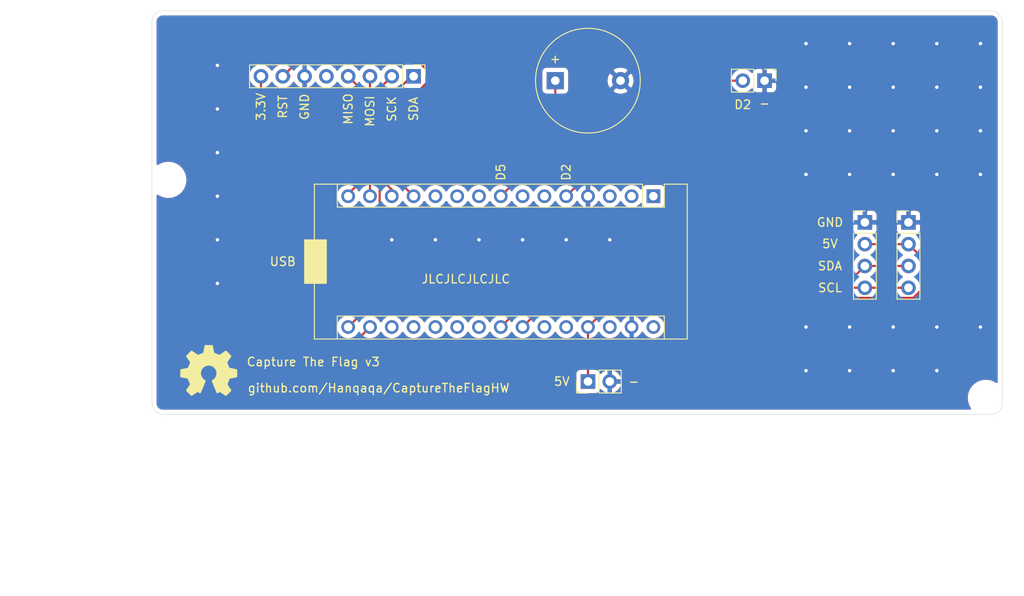
<source format=kicad_pcb>
(kicad_pcb (version 20171130) (host pcbnew "(5.1.9)-1")

  (general
    (thickness 1.6)
    (drawings 40)
    (tracks 89)
    (zones 0)
    (modules 10)
    (nets 33)
  )

  (page A4)
  (layers
    (0 F.Cu signal)
    (31 B.Cu signal)
    (32 B.Adhes user hide)
    (33 F.Adhes user hide)
    (34 B.Paste user hide)
    (35 F.Paste user hide)
    (36 B.SilkS user)
    (37 F.SilkS user)
    (38 B.Mask user hide)
    (39 F.Mask user hide)
    (40 Dwgs.User user)
    (41 Cmts.User user hide)
    (42 Eco1.User user hide)
    (43 Eco2.User user hide)
    (44 Edge.Cuts user)
    (45 Margin user hide)
    (46 B.CrtYd user)
    (47 F.CrtYd user hide)
    (48 B.Fab user hide)
    (49 F.Fab user hide)
  )

  (setup
    (last_trace_width 0.25)
    (user_trace_width 0.3)
    (user_trace_width 1)
    (trace_clearance 0.2)
    (zone_clearance 0.508)
    (zone_45_only no)
    (trace_min 0.2)
    (via_size 0.8)
    (via_drill 0.4)
    (via_min_size 0.4)
    (via_min_drill 0.3)
    (uvia_size 0.3)
    (uvia_drill 0.1)
    (uvias_allowed no)
    (uvia_min_size 0.2)
    (uvia_min_drill 0.1)
    (edge_width 0.05)
    (segment_width 0.2)
    (pcb_text_width 0.3)
    (pcb_text_size 1.5 1.5)
    (mod_edge_width 0.12)
    (mod_text_size 1 1)
    (mod_text_width 0.15)
    (pad_size 1.524 1.524)
    (pad_drill 0.762)
    (pad_to_mask_clearance 0.05)
    (aux_axis_origin 0 0)
    (visible_elements 7FFFFFFF)
    (pcbplotparams
      (layerselection 0x010fc_ffffffff)
      (usegerberextensions false)
      (usegerberattributes true)
      (usegerberadvancedattributes true)
      (creategerberjobfile true)
      (excludeedgelayer true)
      (linewidth 0.100000)
      (plotframeref false)
      (viasonmask false)
      (mode 1)
      (useauxorigin false)
      (hpglpennumber 1)
      (hpglpenspeed 20)
      (hpglpendiameter 15.000000)
      (psnegative false)
      (psa4output false)
      (plotreference true)
      (plotvalue true)
      (plotinvisibletext false)
      (padsonsilk false)
      (subtractmaskfromsilk false)
      (outputformat 1)
      (mirror false)
      (drillshape 0)
      (scaleselection 1)
      (outputdirectory "Gerbers/"))
  )

  (net 0 "")
  (net 1 "Net-(A1-Pad1)")
  (net 2 3.3V)
  (net 3 "Net-(A1-Pad2)")
  (net 4 "Net-(A1-Pad18)")
  (net 5 "Net-(A1-Pad3)")
  (net 6 "Net-(A1-Pad19)")
  (net 7 GND)
  (net 8 "Net-(A1-Pad20)")
  (net 9 "Net-(A1-Pad5)")
  (net 10 "Net-(A1-Pad21)")
  (net 11 "Net-(A1-Pad6)")
  (net 12 "Net-(A1-Pad22)")
  (net 13 "Net-(A1-Pad7)")
  (net 14 I2C_SDA)
  (net 15 "Net-(A1-Pad8)")
  (net 16 I2C_SCL)
  (net 17 "Net-(A1-Pad9)")
  (net 18 "Net-(A1-Pad25)")
  (net 19 "Net-(A1-Pad10)")
  (net 20 "Net-(A1-Pad26)")
  (net 21 "Net-(A1-Pad11)")
  (net 22 5V)
  (net 23 SPI_RST)
  (net 24 "Net-(A1-Pad28)")
  (net 25 SPI_SDA)
  (net 26 SPI_MOSI)
  (net 27 VIN)
  (net 28 SPI_MISO)
  (net 29 SPI_SCK)
  (net 30 "Net-(J3-Pad5)")
  (net 31 "Net-(H1-Pad1)")
  (net 32 "Net-(H2-Pad1)")

  (net_class Default "This is the default net class."
    (clearance 0.2)
    (trace_width 0.25)
    (via_dia 0.8)
    (via_drill 0.4)
    (uvia_dia 0.3)
    (uvia_drill 0.1)
    (add_net 3.3V)
    (add_net 5V)
    (add_net GND)
    (add_net I2C_SCL)
    (add_net I2C_SDA)
    (add_net "Net-(A1-Pad1)")
    (add_net "Net-(A1-Pad10)")
    (add_net "Net-(A1-Pad11)")
    (add_net "Net-(A1-Pad18)")
    (add_net "Net-(A1-Pad19)")
    (add_net "Net-(A1-Pad2)")
    (add_net "Net-(A1-Pad20)")
    (add_net "Net-(A1-Pad21)")
    (add_net "Net-(A1-Pad22)")
    (add_net "Net-(A1-Pad25)")
    (add_net "Net-(A1-Pad26)")
    (add_net "Net-(A1-Pad28)")
    (add_net "Net-(A1-Pad3)")
    (add_net "Net-(A1-Pad5)")
    (add_net "Net-(A1-Pad6)")
    (add_net "Net-(A1-Pad7)")
    (add_net "Net-(A1-Pad8)")
    (add_net "Net-(A1-Pad9)")
    (add_net "Net-(H1-Pad1)")
    (add_net "Net-(H2-Pad1)")
    (add_net "Net-(J3-Pad5)")
    (add_net SPI_MISO)
    (add_net SPI_MOSI)
    (add_net SPI_RST)
    (add_net SPI_SCK)
    (add_net SPI_SDA)
    (add_net VIN)
  )

  (module Symbol:OSHW-Symbol_6.7x6mm_SilkScreen (layer F.Cu) (tedit 0) (tstamp 60A2E54A)
    (at 301.244 147.32)
    (descr "Open Source Hardware Symbol")
    (tags "Logo Symbol OSHW")
    (attr virtual)
    (fp_text reference REF** (at 0 0) (layer F.SilkS) hide
      (effects (font (size 1 1) (thickness 0.15)))
    )
    (fp_text value OSHW-Symbol_6.7x6mm_SilkScreen (at 0.75 0) (layer F.Fab) hide
      (effects (font (size 1 1) (thickness 0.15)))
    )
    (fp_poly (pts (xy 0.555814 -2.531069) (xy 0.639635 -2.086445) (xy 0.94892 -1.958947) (xy 1.258206 -1.831449)
      (xy 1.629246 -2.083754) (xy 1.733157 -2.154004) (xy 1.827087 -2.216728) (xy 1.906652 -2.269062)
      (xy 1.96747 -2.308143) (xy 2.005157 -2.331107) (xy 2.015421 -2.336058) (xy 2.03391 -2.323324)
      (xy 2.07342 -2.288118) (xy 2.129522 -2.234938) (xy 2.197787 -2.168282) (xy 2.273786 -2.092646)
      (xy 2.353092 -2.012528) (xy 2.431275 -1.932426) (xy 2.503907 -1.856836) (xy 2.566559 -1.790255)
      (xy 2.614803 -1.737182) (xy 2.64421 -1.702113) (xy 2.651241 -1.690377) (xy 2.641123 -1.66874)
      (xy 2.612759 -1.621338) (xy 2.569129 -1.552807) (xy 2.513218 -1.467785) (xy 2.448006 -1.370907)
      (xy 2.410219 -1.31565) (xy 2.341343 -1.214752) (xy 2.28014 -1.123701) (xy 2.229578 -1.04703)
      (xy 2.192628 -0.989272) (xy 2.172258 -0.954957) (xy 2.169197 -0.947746) (xy 2.176136 -0.927252)
      (xy 2.195051 -0.879487) (xy 2.223087 -0.811168) (xy 2.257391 -0.729011) (xy 2.295109 -0.63973)
      (xy 2.333387 -0.550042) (xy 2.36937 -0.466662) (xy 2.400206 -0.396306) (xy 2.423039 -0.34569)
      (xy 2.435017 -0.321529) (xy 2.435724 -0.320578) (xy 2.454531 -0.315964) (xy 2.504618 -0.305672)
      (xy 2.580793 -0.290713) (xy 2.677865 -0.272099) (xy 2.790643 -0.250841) (xy 2.856442 -0.238582)
      (xy 2.97695 -0.215638) (xy 3.085797 -0.193805) (xy 3.177476 -0.174278) (xy 3.246481 -0.158252)
      (xy 3.287304 -0.146921) (xy 3.295511 -0.143326) (xy 3.303548 -0.118994) (xy 3.310033 -0.064041)
      (xy 3.31497 0.015108) (xy 3.318364 0.112026) (xy 3.320218 0.220287) (xy 3.320538 0.333465)
      (xy 3.319327 0.445135) (xy 3.31659 0.548868) (xy 3.312331 0.638241) (xy 3.306555 0.706826)
      (xy 3.299267 0.748197) (xy 3.294895 0.75681) (xy 3.268764 0.767133) (xy 3.213393 0.781892)
      (xy 3.136107 0.799352) (xy 3.04423 0.81778) (xy 3.012158 0.823741) (xy 2.857524 0.852066)
      (xy 2.735375 0.874876) (xy 2.641673 0.89308) (xy 2.572384 0.907583) (xy 2.523471 0.919292)
      (xy 2.490897 0.929115) (xy 2.470628 0.937956) (xy 2.458626 0.946724) (xy 2.456947 0.948457)
      (xy 2.440184 0.976371) (xy 2.414614 1.030695) (xy 2.382788 1.104777) (xy 2.34726 1.191965)
      (xy 2.310583 1.285608) (xy 2.275311 1.379052) (xy 2.243996 1.465647) (xy 2.219193 1.53874)
      (xy 2.203454 1.591678) (xy 2.199332 1.617811) (xy 2.199676 1.618726) (xy 2.213641 1.640086)
      (xy 2.245322 1.687084) (xy 2.291391 1.754827) (xy 2.348518 1.838423) (xy 2.413373 1.932982)
      (xy 2.431843 1.959854) (xy 2.497699 2.057275) (xy 2.55565 2.146163) (xy 2.602538 2.221412)
      (xy 2.635207 2.27792) (xy 2.6505 2.310581) (xy 2.651241 2.314593) (xy 2.638392 2.335684)
      (xy 2.602888 2.377464) (xy 2.549293 2.435445) (xy 2.482171 2.505135) (xy 2.406087 2.582045)
      (xy 2.325604 2.661683) (xy 2.245287 2.739561) (xy 2.169699 2.811186) (xy 2.103405 2.87207)
      (xy 2.050969 2.917721) (xy 2.016955 2.94365) (xy 2.007545 2.947883) (xy 1.985643 2.937912)
      (xy 1.9408 2.91102) (xy 1.880321 2.871736) (xy 1.833789 2.840117) (xy 1.749475 2.782098)
      (xy 1.649626 2.713784) (xy 1.549473 2.645579) (xy 1.495627 2.609075) (xy 1.313371 2.4858)
      (xy 1.160381 2.56852) (xy 1.090682 2.604759) (xy 1.031414 2.632926) (xy 0.991311 2.648991)
      (xy 0.981103 2.651226) (xy 0.968829 2.634722) (xy 0.944613 2.588082) (xy 0.910263 2.515609)
      (xy 0.867588 2.421606) (xy 0.818394 2.310374) (xy 0.76449 2.186215) (xy 0.707684 2.053432)
      (xy 0.649782 1.916327) (xy 0.592593 1.779202) (xy 0.537924 1.646358) (xy 0.487584 1.522098)
      (xy 0.44338 1.410725) (xy 0.407119 1.316539) (xy 0.380609 1.243844) (xy 0.365658 1.196941)
      (xy 0.363254 1.180833) (xy 0.382311 1.160286) (xy 0.424036 1.126933) (xy 0.479706 1.087702)
      (xy 0.484378 1.084599) (xy 0.628264 0.969423) (xy 0.744283 0.835053) (xy 0.83143 0.685784)
      (xy 0.888699 0.525913) (xy 0.915086 0.359737) (xy 0.909585 0.191552) (xy 0.87119 0.025655)
      (xy 0.798895 -0.133658) (xy 0.777626 -0.168513) (xy 0.666996 -0.309263) (xy 0.536302 -0.422286)
      (xy 0.390064 -0.506997) (xy 0.232808 -0.562806) (xy 0.069057 -0.589126) (xy -0.096667 -0.58537)
      (xy -0.259838 -0.55095) (xy -0.415935 -0.485277) (xy -0.560433 -0.387765) (xy -0.605131 -0.348187)
      (xy -0.718888 -0.224297) (xy -0.801782 -0.093876) (xy -0.858644 0.052315) (xy -0.890313 0.197088)
      (xy -0.898131 0.35986) (xy -0.872062 0.52344) (xy -0.814755 0.682298) (xy -0.728856 0.830906)
      (xy -0.617014 0.963735) (xy -0.481877 1.075256) (xy -0.464117 1.087011) (xy -0.40785 1.125508)
      (xy -0.365077 1.158863) (xy -0.344628 1.18016) (xy -0.344331 1.180833) (xy -0.348721 1.203871)
      (xy -0.366124 1.256157) (xy -0.394732 1.33339) (xy -0.432735 1.431268) (xy -0.478326 1.545491)
      (xy -0.529697 1.671758) (xy -0.585038 1.805767) (xy -0.642542 1.943218) (xy -0.700399 2.079808)
      (xy -0.756802 2.211237) (xy -0.809942 2.333205) (xy -0.85801 2.441409) (xy -0.899199 2.531549)
      (xy -0.931699 2.599323) (xy -0.953703 2.64043) (xy -0.962564 2.651226) (xy -0.98964 2.642819)
      (xy -1.040303 2.620272) (xy -1.105817 2.587613) (xy -1.141841 2.56852) (xy -1.294832 2.4858)
      (xy -1.477088 2.609075) (xy -1.570125 2.672228) (xy -1.671985 2.741727) (xy -1.767438 2.807165)
      (xy -1.81525 2.840117) (xy -1.882495 2.885273) (xy -1.939436 2.921057) (xy -1.978646 2.942938)
      (xy -1.991381 2.947563) (xy -2.009917 2.935085) (xy -2.050941 2.900252) (xy -2.110475 2.846678)
      (xy -2.184542 2.777983) (xy -2.269165 2.697781) (xy -2.322685 2.646286) (xy -2.416319 2.554286)
      (xy -2.497241 2.471999) (xy -2.562177 2.402945) (xy -2.607858 2.350644) (xy -2.631011 2.318616)
      (xy -2.633232 2.312116) (xy -2.622924 2.287394) (xy -2.594439 2.237405) (xy -2.550937 2.167212)
      (xy -2.495577 2.081875) (xy -2.43152 1.986456) (xy -2.413303 1.959854) (xy -2.346927 1.863167)
      (xy -2.287378 1.776117) (xy -2.237984 1.703595) (xy -2.202075 1.650493) (xy -2.182981 1.621703)
      (xy -2.181136 1.618726) (xy -2.183895 1.595782) (xy -2.198538 1.545336) (xy -2.222513 1.474041)
      (xy -2.253266 1.388547) (xy -2.288244 1.295507) (xy -2.324893 1.201574) (xy -2.360661 1.113399)
      (xy -2.392994 1.037634) (xy -2.419338 0.980931) (xy -2.437142 0.949943) (xy -2.438407 0.948457)
      (xy -2.449294 0.939601) (xy -2.467682 0.930843) (xy -2.497606 0.921277) (xy -2.543103 0.909996)
      (xy -2.608209 0.896093) (xy -2.696961 0.878663) (xy -2.813393 0.856798) (xy -2.961542 0.829591)
      (xy -2.993618 0.823741) (xy -3.088686 0.805374) (xy -3.171565 0.787405) (xy -3.23493 0.771569)
      (xy -3.271458 0.7596) (xy -3.276356 0.75681) (xy -3.284427 0.732072) (xy -3.290987 0.67679)
      (xy -3.296033 0.597389) (xy -3.299559 0.500296) (xy -3.301561 0.391938) (xy -3.302036 0.27874)
      (xy -3.300977 0.167128) (xy -3.298382 0.063529) (xy -3.294246 -0.025632) (xy -3.288563 -0.093928)
      (xy -3.281331 -0.134934) (xy -3.276971 -0.143326) (xy -3.252698 -0.151792) (xy -3.197426 -0.165565)
      (xy -3.116662 -0.18345) (xy -3.015912 -0.204252) (xy -2.900683 -0.226777) (xy -2.837902 -0.238582)
      (xy -2.718787 -0.260849) (xy -2.612565 -0.281021) (xy -2.524427 -0.298085) (xy -2.459566 -0.311031)
      (xy -2.423174 -0.318845) (xy -2.417184 -0.320578) (xy -2.407061 -0.34011) (xy -2.385662 -0.387157)
      (xy -2.355839 -0.454997) (xy -2.320445 -0.536909) (xy -2.282332 -0.626172) (xy -2.244353 -0.716065)
      (xy -2.20936 -0.799865) (xy -2.180206 -0.870853) (xy -2.159743 -0.922306) (xy -2.150823 -0.947503)
      (xy -2.150657 -0.948604) (xy -2.160769 -0.968481) (xy -2.189117 -1.014223) (xy -2.232723 -1.081283)
      (xy -2.288606 -1.165116) (xy -2.353787 -1.261174) (xy -2.391679 -1.31635) (xy -2.460725 -1.417519)
      (xy -2.52205 -1.50937) (xy -2.572663 -1.587256) (xy -2.609571 -1.646531) (xy -2.629782 -1.682549)
      (xy -2.632701 -1.690623) (xy -2.620153 -1.709416) (xy -2.585463 -1.749543) (xy -2.533063 -1.806507)
      (xy -2.467384 -1.875815) (xy -2.392856 -1.952969) (xy -2.313913 -2.033475) (xy -2.234983 -2.112837)
      (xy -2.1605 -2.18656) (xy -2.094894 -2.250148) (xy -2.042596 -2.299106) (xy -2.008039 -2.328939)
      (xy -1.996478 -2.336058) (xy -1.977654 -2.326047) (xy -1.932631 -2.297922) (xy -1.865787 -2.254546)
      (xy -1.781499 -2.198782) (xy -1.684144 -2.133494) (xy -1.610707 -2.083754) (xy -1.239667 -1.831449)
      (xy -0.621095 -2.086445) (xy -0.537275 -2.531069) (xy -0.453454 -2.975693) (xy 0.471994 -2.975693)
      (xy 0.555814 -2.531069)) (layer F.SilkS) (width 0.01))
  )

  (module MountingHole:MountingHole_3.2mm_M3 (layer F.Cu) (tedit 56D1B4CB) (tstamp 60A2723F)
    (at 296.545 125.095)
    (descr "Mounting Hole 3.2mm, no annular, M3")
    (tags "mounting hole 3.2mm no annular m3")
    (path /608C7EC4)
    (attr virtual)
    (fp_text reference H2 (at 0 -4.2) (layer F.CrtYd)
      (effects (font (size 1 1) (thickness 0.15)))
    )
    (fp_text value MountingHole_Pad (at 0 4.2) (layer F.Fab)
      (effects (font (size 1 1) (thickness 0.15)))
    )
    (fp_circle (center 0 0) (end 3.45 0) (layer F.CrtYd) (width 0.05))
    (fp_circle (center 0 0) (end 3.2 0) (layer Cmts.User) (width 0.15))
    (fp_text user %R (at 0.3 0) (layer F.Fab)
      (effects (font (size 1 1) (thickness 0.15)))
    )
    (pad 1 np_thru_hole circle (at 0 0) (size 3.2 3.2) (drill 3.2) (layers *.Cu *.Mask)
      (net 32 "Net-(H2-Pad1)"))
  )

  (module MountingHole:MountingHole_3.2mm_M3 (layer F.Cu) (tedit 56D1B4CB) (tstamp 60A2722F)
    (at 391.795 150.495)
    (descr "Mounting Hole 3.2mm, no annular, M3")
    (tags "mounting hole 3.2mm no annular m3")
    (path /608C72AE)
    (attr virtual)
    (fp_text reference H1 (at 0 -4.2) (layer F.CrtYd)
      (effects (font (size 1 1) (thickness 0.15)))
    )
    (fp_text value MountingHole_Pad (at 0 4.2) (layer F.Fab)
      (effects (font (size 1 1) (thickness 0.15)))
    )
    (fp_circle (center 0 0) (end 3.45 0) (layer F.CrtYd) (width 0.05))
    (fp_circle (center 0 0) (end 3.2 0) (layer Cmts.User) (width 0.15))
    (fp_text user %R (at 0.3 0) (layer F.Fab)
      (effects (font (size 1 1) (thickness 0.15)))
    )
    (pad 1 np_thru_hole circle (at 0 0) (size 3.2 3.2) (drill 3.2) (layers *.Cu *.Mask)
      (net 31 "Net-(H1-Pad1)"))
  )

  (module Module:Arduino_Nano (layer F.Cu) (tedit 58ACAF70) (tstamp 60A27212)
    (at 353.06 127 270)
    (descr "Arduino Nano, http://www.mouser.com/pdfdocs/Gravitech_Arduino_Nano3_0.pdf")
    (tags "Arduino Nano")
    (path /5F6F0AFD)
    (fp_text reference A1 (at 7.62 -5.08 90) (layer F.CrtYd)
      (effects (font (size 1 1) (thickness 0.15)))
    )
    (fp_text value Arduino_Nano_v3.x (at 8.89 19.05) (layer F.Fab)
      (effects (font (size 1 1) (thickness 0.15)))
    )
    (fp_line (start 1.27 1.27) (end 1.27 -1.27) (layer F.SilkS) (width 0.12))
    (fp_line (start 1.27 -1.27) (end -1.4 -1.27) (layer F.SilkS) (width 0.12))
    (fp_line (start -1.4 1.27) (end -1.4 39.5) (layer F.SilkS) (width 0.12))
    (fp_line (start -1.4 -3.94) (end -1.4 -1.27) (layer F.SilkS) (width 0.12))
    (fp_line (start 13.97 -1.27) (end 16.64 -1.27) (layer F.SilkS) (width 0.12))
    (fp_line (start 13.97 -1.27) (end 13.97 36.83) (layer F.SilkS) (width 0.12))
    (fp_line (start 13.97 36.83) (end 16.64 36.83) (layer F.SilkS) (width 0.12))
    (fp_line (start 1.27 1.27) (end -1.4 1.27) (layer F.SilkS) (width 0.12))
    (fp_line (start 1.27 1.27) (end 1.27 36.83) (layer F.SilkS) (width 0.12))
    (fp_line (start 1.27 36.83) (end -1.4 36.83) (layer F.SilkS) (width 0.12))
    (fp_line (start 3.81 31.75) (end 11.43 31.75) (layer F.Fab) (width 0.1))
    (fp_line (start 11.43 31.75) (end 11.43 41.91) (layer F.Fab) (width 0.1))
    (fp_line (start 11.43 41.91) (end 3.81 41.91) (layer F.Fab) (width 0.1))
    (fp_line (start 3.81 41.91) (end 3.81 31.75) (layer F.Fab) (width 0.1))
    (fp_line (start -1.4 39.5) (end 16.64 39.5) (layer F.SilkS) (width 0.12))
    (fp_line (start 16.64 39.5) (end 16.64 -3.94) (layer F.SilkS) (width 0.12))
    (fp_line (start 16.64 -3.94) (end -1.4 -3.94) (layer F.SilkS) (width 0.12))
    (fp_line (start 16.51 39.37) (end -1.27 39.37) (layer F.Fab) (width 0.1))
    (fp_line (start -1.27 39.37) (end -1.27 -2.54) (layer F.Fab) (width 0.1))
    (fp_line (start -1.27 -2.54) (end 0 -3.81) (layer F.Fab) (width 0.1))
    (fp_line (start 0 -3.81) (end 16.51 -3.81) (layer F.Fab) (width 0.1))
    (fp_line (start 16.51 -3.81) (end 16.51 39.37) (layer F.Fab) (width 0.1))
    (fp_line (start -1.53 -4.06) (end 16.75 -4.06) (layer F.CrtYd) (width 0.05))
    (fp_line (start -1.53 -4.06) (end -1.53 42.16) (layer F.CrtYd) (width 0.05))
    (fp_line (start 16.75 42.16) (end 16.75 -4.06) (layer F.CrtYd) (width 0.05))
    (fp_line (start 16.75 42.16) (end -1.53 42.16) (layer F.CrtYd) (width 0.05))
    (fp_text user %R (at 6.35 19.05) (layer F.Fab)
      (effects (font (size 1 1) (thickness 0.15)))
    )
    (pad 1 thru_hole rect (at 0 0 270) (size 1.6 1.6) (drill 1) (layers *.Cu *.Mask)
      (net 1 "Net-(A1-Pad1)"))
    (pad 17 thru_hole oval (at 15.24 33.02 270) (size 1.6 1.6) (drill 1) (layers *.Cu *.Mask)
      (net 2 3.3V))
    (pad 2 thru_hole oval (at 0 2.54 270) (size 1.6 1.6) (drill 1) (layers *.Cu *.Mask)
      (net 3 "Net-(A1-Pad2)"))
    (pad 18 thru_hole oval (at 15.24 30.48 270) (size 1.6 1.6) (drill 1) (layers *.Cu *.Mask)
      (net 4 "Net-(A1-Pad18)"))
    (pad 3 thru_hole oval (at 0 5.08 270) (size 1.6 1.6) (drill 1) (layers *.Cu *.Mask)
      (net 5 "Net-(A1-Pad3)"))
    (pad 19 thru_hole oval (at 15.24 27.94 270) (size 1.6 1.6) (drill 1) (layers *.Cu *.Mask)
      (net 6 "Net-(A1-Pad19)"))
    (pad 4 thru_hole oval (at 0 7.62 270) (size 1.6 1.6) (drill 1) (layers *.Cu *.Mask)
      (net 7 GND))
    (pad 20 thru_hole oval (at 15.24 25.4 270) (size 1.6 1.6) (drill 1) (layers *.Cu *.Mask)
      (net 8 "Net-(A1-Pad20)"))
    (pad 5 thru_hole oval (at 0 10.16 270) (size 1.6 1.6) (drill 1) (layers *.Cu *.Mask)
      (net 9 "Net-(A1-Pad5)"))
    (pad 21 thru_hole oval (at 15.24 22.86 270) (size 1.6 1.6) (drill 1) (layers *.Cu *.Mask)
      (net 10 "Net-(A1-Pad21)"))
    (pad 6 thru_hole oval (at 0 12.7 270) (size 1.6 1.6) (drill 1) (layers *.Cu *.Mask)
      (net 11 "Net-(A1-Pad6)"))
    (pad 22 thru_hole oval (at 15.24 20.32 270) (size 1.6 1.6) (drill 1) (layers *.Cu *.Mask)
      (net 12 "Net-(A1-Pad22)"))
    (pad 7 thru_hole oval (at 0 15.24 270) (size 1.6 1.6) (drill 1) (layers *.Cu *.Mask)
      (net 13 "Net-(A1-Pad7)"))
    (pad 23 thru_hole oval (at 15.24 17.78 270) (size 1.6 1.6) (drill 1) (layers *.Cu *.Mask)
      (net 14 I2C_SDA))
    (pad 8 thru_hole oval (at 0 17.78 270) (size 1.6 1.6) (drill 1) (layers *.Cu *.Mask)
      (net 15 "Net-(A1-Pad8)"))
    (pad 24 thru_hole oval (at 15.24 15.24 270) (size 1.6 1.6) (drill 1) (layers *.Cu *.Mask)
      (net 16 I2C_SCL))
    (pad 9 thru_hole oval (at 0 20.32 270) (size 1.6 1.6) (drill 1) (layers *.Cu *.Mask)
      (net 17 "Net-(A1-Pad9)"))
    (pad 25 thru_hole oval (at 15.24 12.7 270) (size 1.6 1.6) (drill 1) (layers *.Cu *.Mask)
      (net 18 "Net-(A1-Pad25)"))
    (pad 10 thru_hole oval (at 0 22.86 270) (size 1.6 1.6) (drill 1) (layers *.Cu *.Mask)
      (net 19 "Net-(A1-Pad10)"))
    (pad 26 thru_hole oval (at 15.24 10.16 270) (size 1.6 1.6) (drill 1) (layers *.Cu *.Mask)
      (net 20 "Net-(A1-Pad26)"))
    (pad 11 thru_hole oval (at 0 25.4 270) (size 1.6 1.6) (drill 1) (layers *.Cu *.Mask)
      (net 21 "Net-(A1-Pad11)"))
    (pad 27 thru_hole oval (at 15.24 7.62 270) (size 1.6 1.6) (drill 1) (layers *.Cu *.Mask)
      (net 22 5V))
    (pad 12 thru_hole oval (at 0 27.94 270) (size 1.6 1.6) (drill 1) (layers *.Cu *.Mask)
      (net 23 SPI_RST))
    (pad 28 thru_hole oval (at 15.24 5.08 270) (size 1.6 1.6) (drill 1) (layers *.Cu *.Mask)
      (net 24 "Net-(A1-Pad28)"))
    (pad 13 thru_hole oval (at 0 30.48 270) (size 1.6 1.6) (drill 1) (layers *.Cu *.Mask)
      (net 25 SPI_SDA))
    (pad 29 thru_hole oval (at 15.24 2.54 270) (size 1.6 1.6) (drill 1) (layers *.Cu *.Mask)
      (net 7 GND))
    (pad 14 thru_hole oval (at 0 33.02 270) (size 1.6 1.6) (drill 1) (layers *.Cu *.Mask)
      (net 26 SPI_MOSI))
    (pad 30 thru_hole oval (at 15.24 0 270) (size 1.6 1.6) (drill 1) (layers *.Cu *.Mask)
      (net 27 VIN))
    (pad 15 thru_hole oval (at 0 35.56 270) (size 1.6 1.6) (drill 1) (layers *.Cu *.Mask)
      (net 28 SPI_MISO))
    (pad 16 thru_hole oval (at 15.24 35.56 270) (size 1.6 1.6) (drill 1) (layers *.Cu *.Mask)
      (net 29 SPI_SCK))
    (model ${KISYS3DMOD}/Module.3dshapes/Arduino_Nano_WithMountingHoles.wrl
      (at (xyz 0 0 0))
      (scale (xyz 1 1 1))
      (rotate (xyz 0 0 0))
    )
  )

  (module Buzzer_Beeper:Buzzer_12x9.5RM7.6 (layer F.Cu) (tedit 5A030281) (tstamp 60A2721F)
    (at 341.63 113.538)
    (descr "Generic Buzzer, D12mm height 9.5mm with RM7.6mm")
    (tags buzzer)
    (path /5F721B27)
    (fp_text reference BZ1 (at 3.8 -7.2) (layer F.CrtYd)
      (effects (font (size 1 1) (thickness 0.15)))
    )
    (fp_text value Buzzer (at 3.8 7.4) (layer F.Fab)
      (effects (font (size 1 1) (thickness 0.15)))
    )
    (fp_circle (center 3.8 0) (end 10.05 0) (layer F.CrtYd) (width 0.05))
    (fp_circle (center 3.8 0) (end 9.8 0) (layer F.Fab) (width 0.1))
    (fp_circle (center 3.8 0) (end 4.8 0) (layer F.Fab) (width 0.1))
    (fp_circle (center 3.8 0) (end 9.9 0) (layer F.SilkS) (width 0.12))
    (fp_text user + (at -0.01 -2.54) (layer F.Fab)
      (effects (font (size 1 1) (thickness 0.15)))
    )
    (fp_text user + (at -0.01 -2.54) (layer F.SilkS)
      (effects (font (size 1 1) (thickness 0.15)))
    )
    (fp_text user %R (at 3.8 -4) (layer F.Fab)
      (effects (font (size 1 1) (thickness 0.15)))
    )
    (pad 1 thru_hole rect (at 0 0) (size 2 2) (drill 1) (layers *.Cu *.Mask)
      (net 15 "Net-(A1-Pad8)"))
    (pad 2 thru_hole circle (at 7.6 0) (size 2 2) (drill 1) (layers *.Cu *.Mask)
      (net 7 GND))
    (model ${KISYS3DMOD}/Buzzer_Beeper.3dshapes/Buzzer_12x9.5RM7.6.wrl
      (at (xyz 0 0 0))
      (scale (xyz 1 1 1))
      (rotate (xyz 0 0 0))
    )
  )

  (module Connector_PinHeader_2.54mm:PinHeader_1x04_P2.54mm_Vertical (layer F.Cu) (tedit 59FED5CC) (tstamp 60A27257)
    (at 382.778 130.048)
    (descr "Through hole straight pin header, 1x04, 2.54mm pitch, single row")
    (tags "Through hole pin header THT 1x04 2.54mm single row")
    (path /5F6F241A)
    (fp_text reference J1 (at 0 -2.33) (layer F.CrtYd)
      (effects (font (size 1 1) (thickness 0.15)))
    )
    (fp_text value Conn_01x04 (at 0 9.95) (layer F.Fab)
      (effects (font (size 1 1) (thickness 0.15)))
    )
    (fp_line (start -0.635 -1.27) (end 1.27 -1.27) (layer F.Fab) (width 0.1))
    (fp_line (start 1.27 -1.27) (end 1.27 8.89) (layer F.Fab) (width 0.1))
    (fp_line (start 1.27 8.89) (end -1.27 8.89) (layer F.Fab) (width 0.1))
    (fp_line (start -1.27 8.89) (end -1.27 -0.635) (layer F.Fab) (width 0.1))
    (fp_line (start -1.27 -0.635) (end -0.635 -1.27) (layer F.Fab) (width 0.1))
    (fp_line (start -1.33 8.95) (end 1.33 8.95) (layer F.SilkS) (width 0.12))
    (fp_line (start -1.33 1.27) (end -1.33 8.95) (layer F.SilkS) (width 0.12))
    (fp_line (start 1.33 1.27) (end 1.33 8.95) (layer F.SilkS) (width 0.12))
    (fp_line (start -1.33 1.27) (end 1.33 1.27) (layer F.SilkS) (width 0.12))
    (fp_line (start -1.33 0) (end -1.33 -1.33) (layer F.SilkS) (width 0.12))
    (fp_line (start -1.33 -1.33) (end 0 -1.33) (layer F.SilkS) (width 0.12))
    (fp_line (start -1.8 -1.8) (end -1.8 9.4) (layer F.CrtYd) (width 0.05))
    (fp_line (start -1.8 9.4) (end 1.8 9.4) (layer F.CrtYd) (width 0.05))
    (fp_line (start 1.8 9.4) (end 1.8 -1.8) (layer F.CrtYd) (width 0.05))
    (fp_line (start 1.8 -1.8) (end -1.8 -1.8) (layer F.CrtYd) (width 0.05))
    (fp_text user %R (at 0 3.81 90) (layer F.Fab)
      (effects (font (size 1 1) (thickness 0.15)))
    )
    (pad 1 thru_hole rect (at 0 0) (size 1.7 1.7) (drill 1) (layers *.Cu *.Mask)
      (net 7 GND))
    (pad 2 thru_hole oval (at 0 2.54) (size 1.7 1.7) (drill 1) (layers *.Cu *.Mask)
      (net 22 5V))
    (pad 3 thru_hole oval (at 0 5.08) (size 1.7 1.7) (drill 1) (layers *.Cu *.Mask)
      (net 14 I2C_SDA))
    (pad 4 thru_hole oval (at 0 7.62) (size 1.7 1.7) (drill 1) (layers *.Cu *.Mask)
      (net 16 I2C_SCL))
    (model ${KISYS3DMOD}/Connector_PinHeader_2.54mm.3dshapes/PinHeader_1x04_P2.54mm_Vertical.wrl
      (at (xyz 0 0 0))
      (scale (xyz 1 1 1))
      (rotate (xyz 0 0 0))
    )
  )

  (module Connector_PinHeader_2.54mm:PinHeader_1x04_P2.54mm_Vertical (layer F.Cu) (tedit 59FED5CC) (tstamp 60A2726F)
    (at 377.698 130.048)
    (descr "Through hole straight pin header, 1x04, 2.54mm pitch, single row")
    (tags "Through hole pin header THT 1x04 2.54mm single row")
    (path /5F722BA9)
    (fp_text reference J2 (at 0 -2.33) (layer F.CrtYd)
      (effects (font (size 1 1) (thickness 0.15)))
    )
    (fp_text value Conn_01x04 (at 0 9.95) (layer F.Fab)
      (effects (font (size 1 1) (thickness 0.15)))
    )
    (fp_line (start 1.8 -1.8) (end -1.8 -1.8) (layer F.CrtYd) (width 0.05))
    (fp_line (start 1.8 9.4) (end 1.8 -1.8) (layer F.CrtYd) (width 0.05))
    (fp_line (start -1.8 9.4) (end 1.8 9.4) (layer F.CrtYd) (width 0.05))
    (fp_line (start -1.8 -1.8) (end -1.8 9.4) (layer F.CrtYd) (width 0.05))
    (fp_line (start -1.33 -1.33) (end 0 -1.33) (layer F.SilkS) (width 0.12))
    (fp_line (start -1.33 0) (end -1.33 -1.33) (layer F.SilkS) (width 0.12))
    (fp_line (start -1.33 1.27) (end 1.33 1.27) (layer F.SilkS) (width 0.12))
    (fp_line (start 1.33 1.27) (end 1.33 8.95) (layer F.SilkS) (width 0.12))
    (fp_line (start -1.33 1.27) (end -1.33 8.95) (layer F.SilkS) (width 0.12))
    (fp_line (start -1.33 8.95) (end 1.33 8.95) (layer F.SilkS) (width 0.12))
    (fp_line (start -1.27 -0.635) (end -0.635 -1.27) (layer F.Fab) (width 0.1))
    (fp_line (start -1.27 8.89) (end -1.27 -0.635) (layer F.Fab) (width 0.1))
    (fp_line (start 1.27 8.89) (end -1.27 8.89) (layer F.Fab) (width 0.1))
    (fp_line (start 1.27 -1.27) (end 1.27 8.89) (layer F.Fab) (width 0.1))
    (fp_line (start -0.635 -1.27) (end 1.27 -1.27) (layer F.Fab) (width 0.1))
    (fp_text user %R (at 0 3.81 90) (layer F.Fab)
      (effects (font (size 1 1) (thickness 0.15)))
    )
    (pad 4 thru_hole oval (at 0 7.62) (size 1.7 1.7) (drill 1) (layers *.Cu *.Mask)
      (net 16 I2C_SCL))
    (pad 3 thru_hole oval (at 0 5.08) (size 1.7 1.7) (drill 1) (layers *.Cu *.Mask)
      (net 14 I2C_SDA))
    (pad 2 thru_hole oval (at 0 2.54) (size 1.7 1.7) (drill 1) (layers *.Cu *.Mask)
      (net 22 5V))
    (pad 1 thru_hole rect (at 0 0) (size 1.7 1.7) (drill 1) (layers *.Cu *.Mask)
      (net 7 GND))
    (model ${KISYS3DMOD}/Connector_PinHeader_2.54mm.3dshapes/PinHeader_1x04_P2.54mm_Vertical.wrl
      (at (xyz 0 0 0))
      (scale (xyz 1 1 1))
      (rotate (xyz 0 0 0))
    )
  )

  (module Connector_PinHeader_2.54mm:PinHeader_1x08_P2.54mm_Vertical (layer F.Cu) (tedit 59FED5CC) (tstamp 60A2728B)
    (at 325.12 113.03 270)
    (descr "Through hole straight pin header, 1x08, 2.54mm pitch, single row")
    (tags "Through hole pin header THT 1x08 2.54mm single row")
    (path /5F72FD9D)
    (fp_text reference J3 (at 0 -2.33 90) (layer F.CrtYd)
      (effects (font (size 1 1) (thickness 0.15)))
    )
    (fp_text value Conn_01x08 (at 0 20.11 90) (layer F.Fab)
      (effects (font (size 1 1) (thickness 0.15)))
    )
    (fp_line (start -0.635 -1.27) (end 1.27 -1.27) (layer F.Fab) (width 0.1))
    (fp_line (start 1.27 -1.27) (end 1.27 19.05) (layer F.Fab) (width 0.1))
    (fp_line (start 1.27 19.05) (end -1.27 19.05) (layer F.Fab) (width 0.1))
    (fp_line (start -1.27 19.05) (end -1.27 -0.635) (layer F.Fab) (width 0.1))
    (fp_line (start -1.27 -0.635) (end -0.635 -1.27) (layer F.Fab) (width 0.1))
    (fp_line (start -1.33 19.11) (end 1.33 19.11) (layer F.SilkS) (width 0.12))
    (fp_line (start -1.33 1.27) (end -1.33 19.11) (layer F.SilkS) (width 0.12))
    (fp_line (start 1.33 1.27) (end 1.33 19.11) (layer F.SilkS) (width 0.12))
    (fp_line (start -1.33 1.27) (end 1.33 1.27) (layer F.SilkS) (width 0.12))
    (fp_line (start -1.33 0) (end -1.33 -1.33) (layer F.SilkS) (width 0.12))
    (fp_line (start -1.33 -1.33) (end 0 -1.33) (layer F.SilkS) (width 0.12))
    (fp_line (start -1.8 -1.8) (end -1.8 19.55) (layer F.CrtYd) (width 0.05))
    (fp_line (start -1.8 19.55) (end 1.8 19.55) (layer F.CrtYd) (width 0.05))
    (fp_line (start 1.8 19.55) (end 1.8 -1.8) (layer F.CrtYd) (width 0.05))
    (fp_line (start 1.8 -1.8) (end -1.8 -1.8) (layer F.CrtYd) (width 0.05))
    (fp_text user %R (at 0 8.89) (layer F.Fab)
      (effects (font (size 1 1) (thickness 0.15)))
    )
    (pad 1 thru_hole rect (at 0 0 270) (size 1.7 1.7) (drill 1) (layers *.Cu *.Mask)
      (net 25 SPI_SDA))
    (pad 2 thru_hole oval (at 0 2.54 270) (size 1.7 1.7) (drill 1) (layers *.Cu *.Mask)
      (net 29 SPI_SCK))
    (pad 3 thru_hole oval (at 0 5.08 270) (size 1.7 1.7) (drill 1) (layers *.Cu *.Mask)
      (net 26 SPI_MOSI))
    (pad 4 thru_hole oval (at 0 7.62 270) (size 1.7 1.7) (drill 1) (layers *.Cu *.Mask)
      (net 28 SPI_MISO))
    (pad 5 thru_hole oval (at 0 10.16 270) (size 1.7 1.7) (drill 1) (layers *.Cu *.Mask)
      (net 30 "Net-(J3-Pad5)"))
    (pad 6 thru_hole oval (at 0 12.7 270) (size 1.7 1.7) (drill 1) (layers *.Cu *.Mask)
      (net 7 GND))
    (pad 7 thru_hole oval (at 0 15.24 270) (size 1.7 1.7) (drill 1) (layers *.Cu *.Mask)
      (net 23 SPI_RST))
    (pad 8 thru_hole oval (at 0 17.78 270) (size 1.7 1.7) (drill 1) (layers *.Cu *.Mask)
      (net 2 3.3V))
    (model ${KISYS3DMOD}/Connector_PinHeader_2.54mm.3dshapes/PinHeader_1x08_P2.54mm_Vertical.wrl
      (at (xyz 0 0 0))
      (scale (xyz 1 1 1))
      (rotate (xyz 0 0 0))
    )
  )

  (module Connector_PinHeader_2.54mm:PinHeader_1x02_P2.54mm_Vertical (layer F.Cu) (tedit 59FED5CC) (tstamp 60A272A1)
    (at 345.44 148.59 90)
    (descr "Through hole straight pin header, 1x02, 2.54mm pitch, single row")
    (tags "Through hole pin header THT 1x02 2.54mm single row")
    (path /5F851F79)
    (fp_text reference J4 (at 0 -2.33 90) (layer F.CrtYd)
      (effects (font (size 1 1) (thickness 0.15)))
    )
    (fp_text value Conn_01x02 (at 0 4.87 90) (layer F.Fab)
      (effects (font (size 1 1) (thickness 0.15)))
    )
    (fp_line (start -0.635 -1.27) (end 1.27 -1.27) (layer F.Fab) (width 0.1))
    (fp_line (start 1.27 -1.27) (end 1.27 3.81) (layer F.Fab) (width 0.1))
    (fp_line (start 1.27 3.81) (end -1.27 3.81) (layer F.Fab) (width 0.1))
    (fp_line (start -1.27 3.81) (end -1.27 -0.635) (layer F.Fab) (width 0.1))
    (fp_line (start -1.27 -0.635) (end -0.635 -1.27) (layer F.Fab) (width 0.1))
    (fp_line (start -1.33 3.87) (end 1.33 3.87) (layer F.SilkS) (width 0.12))
    (fp_line (start -1.33 1.27) (end -1.33 3.87) (layer F.SilkS) (width 0.12))
    (fp_line (start 1.33 1.27) (end 1.33 3.87) (layer F.SilkS) (width 0.12))
    (fp_line (start -1.33 1.27) (end 1.33 1.27) (layer F.SilkS) (width 0.12))
    (fp_line (start -1.33 0) (end -1.33 -1.33) (layer F.SilkS) (width 0.12))
    (fp_line (start -1.33 -1.33) (end 0 -1.33) (layer F.SilkS) (width 0.12))
    (fp_line (start -1.8 -1.8) (end -1.8 4.35) (layer F.CrtYd) (width 0.05))
    (fp_line (start -1.8 4.35) (end 1.8 4.35) (layer F.CrtYd) (width 0.05))
    (fp_line (start 1.8 4.35) (end 1.8 -1.8) (layer F.CrtYd) (width 0.05))
    (fp_line (start 1.8 -1.8) (end -1.8 -1.8) (layer F.CrtYd) (width 0.05))
    (fp_text user %R (at 0 1.27) (layer F.Fab)
      (effects (font (size 1 1) (thickness 0.15)))
    )
    (pad 1 thru_hole rect (at 0 0 90) (size 1.7 1.7) (drill 1) (layers *.Cu *.Mask)
      (net 22 5V))
    (pad 2 thru_hole oval (at 0 2.54 90) (size 1.7 1.7) (drill 1) (layers *.Cu *.Mask)
      (net 7 GND))
    (model ${KISYS3DMOD}/Connector_PinHeader_2.54mm.3dshapes/PinHeader_1x02_P2.54mm_Vertical.wrl
      (at (xyz 0 0 0))
      (scale (xyz 1 1 1))
      (rotate (xyz 0 0 0))
    )
  )

  (module Connector_PinHeader_2.54mm:PinHeader_1x02_P2.54mm_Vertical (layer F.Cu) (tedit 59FED5CC) (tstamp 60A272B7)
    (at 366.014 113.538 270)
    (descr "Through hole straight pin header, 1x02, 2.54mm pitch, single row")
    (tags "Through hole pin header THT 1x02 2.54mm single row")
    (path /608678A7)
    (fp_text reference SW1 (at 0 -2.33 90) (layer F.CrtYd)
      (effects (font (size 1 1) (thickness 0.15)))
    )
    (fp_text value SW_DIP_x01 (at 0 4.87 90) (layer F.Fab)
      (effects (font (size 1 1) (thickness 0.15)))
    )
    (fp_line (start 1.8 -1.8) (end -1.8 -1.8) (layer F.CrtYd) (width 0.05))
    (fp_line (start 1.8 4.35) (end 1.8 -1.8) (layer F.CrtYd) (width 0.05))
    (fp_line (start -1.8 4.35) (end 1.8 4.35) (layer F.CrtYd) (width 0.05))
    (fp_line (start -1.8 -1.8) (end -1.8 4.35) (layer F.CrtYd) (width 0.05))
    (fp_line (start -1.33 -1.33) (end 0 -1.33) (layer F.SilkS) (width 0.12))
    (fp_line (start -1.33 0) (end -1.33 -1.33) (layer F.SilkS) (width 0.12))
    (fp_line (start -1.33 1.27) (end 1.33 1.27) (layer F.SilkS) (width 0.12))
    (fp_line (start 1.33 1.27) (end 1.33 3.87) (layer F.SilkS) (width 0.12))
    (fp_line (start -1.33 1.27) (end -1.33 3.87) (layer F.SilkS) (width 0.12))
    (fp_line (start -1.33 3.87) (end 1.33 3.87) (layer F.SilkS) (width 0.12))
    (fp_line (start -1.27 -0.635) (end -0.635 -1.27) (layer F.Fab) (width 0.1))
    (fp_line (start -1.27 3.81) (end -1.27 -0.635) (layer F.Fab) (width 0.1))
    (fp_line (start 1.27 3.81) (end -1.27 3.81) (layer F.Fab) (width 0.1))
    (fp_line (start 1.27 -1.27) (end 1.27 3.81) (layer F.Fab) (width 0.1))
    (fp_line (start -0.635 -1.27) (end 1.27 -1.27) (layer F.Fab) (width 0.1))
    (fp_text user %R (at 0 1.27) (layer F.Fab)
      (effects (font (size 1 1) (thickness 0.15)))
    )
    (pad 2 thru_hole oval (at 0 2.54 270) (size 1.7 1.7) (drill 1) (layers *.Cu *.Mask)
      (net 9 "Net-(A1-Pad5)"))
    (pad 1 thru_hole rect (at 0 0 270) (size 1.7 1.7) (drill 1) (layers *.Cu *.Mask)
      (net 7 GND))
    (model ${KISYS3DMOD}/Connector_PinHeader_2.54mm.3dshapes/PinHeader_1x02_P2.54mm_Vertical.wrl
      (at (xyz 0 0 0))
      (scale (xyz 1 1 1))
      (rotate (xyz 0 0 0))
    )
  )

  (dimension 99.1 (width 0.15) (layer Dwgs.User)
    (gr_text "99.100 mm" (at 344.15 174.2) (layer Dwgs.User)
      (effects (font (size 1 1) (thickness 0.15)))
    )
    (feature1 (pts (xy 393.7 150.5) (xy 393.7 173.486421)))
    (feature2 (pts (xy 294.6 150.5) (xy 294.6 173.486421)))
    (crossbar (pts (xy 294.6 172.9) (xy 393.7 172.9)))
    (arrow1a (pts (xy 393.7 172.9) (xy 392.573496 173.486421)))
    (arrow1b (pts (xy 393.7 172.9) (xy 392.573496 172.313579)))
    (arrow2a (pts (xy 294.6 172.9) (xy 295.726504 173.486421)))
    (arrow2b (pts (xy 294.6 172.9) (xy 295.726504 172.313579)))
  )
  (dimension 47 (width 0.15) (layer Dwgs.User)
    (gr_text "47.000 mm" (at 280.6 128.9 90) (layer Dwgs.User)
      (effects (font (size 1 1) (thickness 0.15)))
    )
    (feature1 (pts (xy 297.2 105.4) (xy 281.313579 105.4)))
    (feature2 (pts (xy 297.2 152.4) (xy 281.313579 152.4)))
    (crossbar (pts (xy 281.9 152.4) (xy 281.9 105.4)))
    (arrow1a (pts (xy 281.9 105.4) (xy 282.486421 106.526504)))
    (arrow1b (pts (xy 281.9 105.4) (xy 281.313579 106.526504)))
    (arrow2a (pts (xy 281.9 152.4) (xy 282.486421 151.273496)))
    (arrow2b (pts (xy 281.9 152.4) (xy 281.313579 151.273496)))
  )
  (dimension 25.40504 (width 0.15) (layer Dwgs.User)
    (gr_text "25.405 mm" (at 290.522517 137.786872 89.89851181) (layer Dwgs.User)
      (effects (font (size 1 1) (thickness 0.15)))
    )
    (feature1 (pts (xy 296.5 150.5) (xy 291.213596 150.490636)))
    (feature2 (pts (xy 296.545 125.095) (xy 291.258596 125.085636)))
    (crossbar (pts (xy 291.845015 125.086675) (xy 291.800015 150.491675)))
    (arrow1a (pts (xy 291.800015 150.491675) (xy 291.215591 149.364134)))
    (arrow1b (pts (xy 291.800015 150.491675) (xy 292.38843 149.366212)))
    (arrow2a (pts (xy 291.845015 125.086675) (xy 291.2566 126.212138)))
    (arrow2b (pts (xy 291.845015 125.086675) (xy 292.429439 126.214216)))
  )
  (dimension 95.295 (width 0.15) (layer Dwgs.User)
    (gr_text "95.295 mm" (at 344.148182 163.498612 0.003006232198) (layer Dwgs.User)
      (effects (font (size 1 1) (thickness 0.15)))
    )
    (feature1 (pts (xy 296.5 150.5) (xy 296.500645 162.787533)))
    (feature2 (pts (xy 391.795 150.495) (xy 391.795645 162.782533)))
    (crossbar (pts (xy 391.795614 162.196112) (xy 296.500614 162.201112)))
    (arrow1a (pts (xy 296.500614 162.201112) (xy 297.627087 161.614632)))
    (arrow1b (pts (xy 296.500614 162.201112) (xy 297.627149 162.787474)))
    (arrow2a (pts (xy 391.795614 162.196112) (xy 390.669079 161.60975)))
    (arrow2b (pts (xy 391.795614 162.196112) (xy 390.669141 162.782592)))
  )
  (gr_text - (at 366.014 116.332 180) (layer F.SilkS)
    (effects (font (size 1 1) (thickness 0.15)))
  )
  (gr_text D2 (at 363.474 116.332) (layer F.SilkS)
    (effects (font (size 1 1) (thickness 0.15)))
  )
  (gr_text JLCJLCJLCJLC (at 331.216 136.652) (layer F.SilkS)
    (effects (font (size 1 1) (thickness 0.15)))
  )
  (gr_text github.com/Hanqaqa/CaptureTheFlagHW (at 321.056 149.352) (layer F.SilkS)
    (effects (font (size 1 1) (thickness 0.15)))
  )
  (gr_text "Capture The Flag v3" (at 313.436 146.304) (layer F.SilkS) (tstamp 60A2E54E)
    (effects (font (size 1 1) (thickness 0.15)))
  )
  (gr_text USB (at 309.88 134.62) (layer F.SilkS)
    (effects (font (size 1 1) (thickness 0.15)))
  )
  (gr_poly (pts (xy 314.96 137.16) (xy 312.42 137.16) (xy 312.42 132.08) (xy 314.96 132.08)) (layer F.SilkS) (width 0.1))
  (gr_text - (at 350.774 148.59) (layer F.SilkS)
    (effects (font (size 1 1) (thickness 0.15)))
  )
  (gr_text 5V (at 342.392 148.59) (layer F.SilkS)
    (effects (font (size 1 1) (thickness 0.15)))
  )
  (gr_text D2 (at 342.9 124.206 90) (layer F.SilkS)
    (effects (font (size 1 1) (thickness 0.15)))
  )
  (gr_text D5 (at 335.28 124.206 90) (layer F.SilkS)
    (effects (font (size 1 1) (thickness 0.15)))
  )
  (gr_text SDA (at 325.12 116.84 90) (layer F.SilkS)
    (effects (font (size 1 1) (thickness 0.15)))
  )
  (gr_text SCK (at 322.58 116.84 90) (layer F.SilkS)
    (effects (font (size 1 1) (thickness 0.15)))
  )
  (gr_text MOSI (at 320.04 117.094 90) (layer F.SilkS)
    (effects (font (size 1 1) (thickness 0.15)))
  )
  (gr_text MISO (at 317.5 116.84 90) (layer F.SilkS)
    (effects (font (size 1 1) (thickness 0.15)))
  )
  (gr_text GND (at 312.42 116.586 90) (layer F.SilkS)
    (effects (font (size 1 1) (thickness 0.15)))
  )
  (gr_text "RST\n" (at 309.88 116.586 90) (layer F.SilkS)
    (effects (font (size 1 1) (thickness 0.15)))
  )
  (gr_text "3.3V\n" (at 307.34 116.586 90) (layer F.SilkS)
    (effects (font (size 1 1) (thickness 0.15)))
  )
  (gr_text "SCL\n" (at 373.634 137.668) (layer F.SilkS)
    (effects (font (size 1 1) (thickness 0.15)))
  )
  (gr_text SDA (at 373.634 135.128) (layer F.SilkS)
    (effects (font (size 1 1) (thickness 0.15)))
  )
  (gr_text "5V\n\n" (at 373.634 133.35) (layer F.SilkS)
    (effects (font (size 1 1) (thickness 0.15)))
  )
  (gr_text "GND\n" (at 373.634 130.048) (layer F.SilkS)
    (effects (font (size 1 1) (thickness 0.15)))
  )
  (gr_line (start 393.7 106.68) (end 393.7 107.823) (layer Edge.Cuts) (width 0.05) (tstamp 60A27BC5))
  (gr_arc (start 392.43 106.68) (end 393.7 106.68) (angle -90) (layer Edge.Cuts) (width 0.05))
  (gr_line (start 295.91 105.41) (end 392.43 105.41) (layer Edge.Cuts) (width 0.05))
  (gr_arc (start 295.91 106.68) (end 295.91 105.41) (angle -90) (layer Edge.Cuts) (width 0.05))
  (gr_line (start 294.64 151.13) (end 294.64 106.68) (layer Edge.Cuts) (width 0.05))
  (gr_line (start 393.7 151.13) (end 393.7 107.823) (layer Edge.Cuts) (width 0.05))
  (gr_line (start 296.545 150.495) (end 296.545 125.095) (layer F.CrtYd) (width 0.05))
  (gr_line (start 391.795 150.495) (end 296.545 150.495) (layer F.CrtYd) (width 0.05))
  (gr_line (start 294.64 151.13) (end 294.64 104.14) (layer F.CrtYd) (width 0.05))
  (gr_line (start 393.7 151.13) (end 393.7 98.298) (layer F.CrtYd) (width 0.05))
  (gr_line (start 295.91 152.4) (end 392.43 152.4) (layer Edge.Cuts) (width 0.05) (tstamp 60A27776))
  (gr_arc (start 295.91 151.13) (end 294.64 151.13) (angle -90) (layer Edge.Cuts) (width 0.05))
  (gr_line (start 393.7 152.4) (end 294.64 152.4) (layer F.CrtYd) (width 0.05))
  (gr_arc (start 392.43 151.13) (end 392.43 152.4) (angle -90) (layer Edge.Cuts) (width 0.05))

  (segment (start 317.754 144.526) (end 320.04 142.24) (width 0.25) (layer F.Cu) (net 2))
  (segment (start 313.944 144.526) (end 317.754 144.526) (width 0.25) (layer F.Cu) (net 2))
  (segment (start 307.34 137.922) (end 313.944 144.526) (width 0.25) (layer F.Cu) (net 2))
  (segment (start 307.34 113.03) (end 307.34 137.922) (width 0.25) (layer F.Cu) (net 2))
  (via (at 370.84 109.22) (size 0.8) (drill 0.4) (layers F.Cu B.Cu) (net 7))
  (via (at 375.92 109.22) (size 0.8) (drill 0.4) (layers F.Cu B.Cu) (net 7))
  (via (at 381 109.22) (size 0.8) (drill 0.4) (layers F.Cu B.Cu) (net 7))
  (via (at 386.08 109.22) (size 0.8) (drill 0.4) (layers F.Cu B.Cu) (net 7))
  (via (at 391.16 109.22) (size 0.8) (drill 0.4) (layers F.Cu B.Cu) (net 7))
  (via (at 391.16 114.3) (size 0.8) (drill 0.4) (layers F.Cu B.Cu) (net 7))
  (via (at 386.08 114.3) (size 0.8) (drill 0.4) (layers F.Cu B.Cu) (net 7))
  (via (at 381 114.3) (size 0.8) (drill 0.4) (layers F.Cu B.Cu) (net 7))
  (via (at 375.92 114.3) (size 0.8) (drill 0.4) (layers F.Cu B.Cu) (net 7))
  (via (at 370.84 114.3) (size 0.8) (drill 0.4) (layers F.Cu B.Cu) (net 7))
  (via (at 370.84 119.38) (size 0.8) (drill 0.4) (layers F.Cu B.Cu) (net 7))
  (via (at 375.92 119.38) (size 0.8) (drill 0.4) (layers F.Cu B.Cu) (net 7))
  (via (at 381 119.38) (size 0.8) (drill 0.4) (layers F.Cu B.Cu) (net 7))
  (via (at 386.08 119.38) (size 0.8) (drill 0.4) (layers F.Cu B.Cu) (net 7))
  (via (at 391.16 119.38) (size 0.8) (drill 0.4) (layers F.Cu B.Cu) (net 7))
  (via (at 322.58 132.08) (size 0.8) (drill 0.4) (layers F.Cu B.Cu) (net 7))
  (via (at 327.66 132.08) (size 0.8) (drill 0.4) (layers F.Cu B.Cu) (net 7))
  (via (at 332.74 132.08) (size 0.8) (drill 0.4) (layers F.Cu B.Cu) (net 7))
  (via (at 337.82 132.08) (size 0.8) (drill 0.4) (layers F.Cu B.Cu) (net 7))
  (via (at 342.9 132.08) (size 0.8) (drill 0.4) (layers F.Cu B.Cu) (net 7))
  (via (at 347.98 132.08) (size 0.8) (drill 0.4) (layers F.Cu B.Cu) (net 7))
  (via (at 370.84 124.46) (size 0.8) (drill 0.4) (layers F.Cu B.Cu) (net 7))
  (via (at 375.92 124.46) (size 0.8) (drill 0.4) (layers F.Cu B.Cu) (net 7))
  (via (at 381 124.46) (size 0.8) (drill 0.4) (layers F.Cu B.Cu) (net 7))
  (via (at 386.08 124.46) (size 0.8) (drill 0.4) (layers F.Cu B.Cu) (net 7))
  (via (at 391.16 124.46) (size 0.8) (drill 0.4) (layers F.Cu B.Cu) (net 7))
  (via (at 370.84 142.24) (size 0.8) (drill 0.4) (layers F.Cu B.Cu) (net 7))
  (via (at 375.92 142.24) (size 0.8) (drill 0.4) (layers F.Cu B.Cu) (net 7))
  (via (at 381 142.24) (size 0.8) (drill 0.4) (layers F.Cu B.Cu) (net 7))
  (via (at 386.08 142.24) (size 0.8) (drill 0.4) (layers F.Cu B.Cu) (net 7))
  (via (at 391.16 142.24) (size 0.8) (drill 0.4) (layers F.Cu B.Cu) (net 7))
  (via (at 386.08 147.32) (size 0.8) (drill 0.4) (layers F.Cu B.Cu) (net 7))
  (via (at 381 147.32) (size 0.8) (drill 0.4) (layers F.Cu B.Cu) (net 7))
  (via (at 375.92 147.32) (size 0.8) (drill 0.4) (layers F.Cu B.Cu) (net 7))
  (via (at 370.84 147.32) (size 0.8) (drill 0.4) (layers F.Cu B.Cu) (net 7))
  (via (at 302.26 137.16) (size 0.8) (drill 0.4) (layers F.Cu B.Cu) (net 7))
  (via (at 302.26 132.08) (size 0.8) (drill 0.4) (layers F.Cu B.Cu) (net 7))
  (via (at 302.26 127) (size 0.8) (drill 0.4) (layers F.Cu B.Cu) (net 7))
  (via (at 302.26 121.92) (size 0.8) (drill 0.4) (layers F.Cu B.Cu) (net 7))
  (via (at 302.26 116.84) (size 0.8) (drill 0.4) (layers F.Cu B.Cu) (net 7))
  (via (at 302.26 111.76) (size 0.8) (drill 0.4) (layers F.Cu B.Cu) (net 7))
  (segment (start 356.362 113.538) (end 342.9 127) (width 0.25) (layer F.Cu) (net 9))
  (segment (start 363.474 113.538) (end 356.362 113.538) (width 0.25) (layer F.Cu) (net 9))
  (segment (start 377.698 135.128) (end 382.778 135.128) (width 0.25) (layer F.Cu) (net 14))
  (segment (start 377.698 135.128) (end 375.60801 137.21799) (width 0.25) (layer F.Cu) (net 14))
  (segment (start 340.30201 137.21799) (end 335.28 142.24) (width 0.25) (layer F.Cu) (net 14))
  (segment (start 375.60801 137.21799) (end 340.30201 137.21799) (width 0.25) (layer F.Cu) (net 14))
  (segment (start 341.63 120.65) (end 335.28 127) (width 0.25) (layer F.Cu) (net 15))
  (segment (start 341.63 113.538) (end 341.63 120.65) (width 0.25) (layer F.Cu) (net 15))
  (segment (start 377.698 137.668) (end 382.778 137.668) (width 0.25) (layer F.Cu) (net 16))
  (segment (start 342.392 137.668) (end 337.82 142.24) (width 0.25) (layer F.Cu) (net 16))
  (segment (start 377.698 137.668) (end 342.392 137.668) (width 0.25) (layer F.Cu) (net 16))
  (segment (start 345.44 148.59) (end 345.44 142.24) (width 0.25) (layer F.Cu) (net 22))
  (segment (start 377.698 132.588) (end 382.778 132.588) (width 0.25) (layer F.Cu) (net 22))
  (segment (start 382.778 132.588) (end 384.556 134.366) (width 0.25) (layer F.Cu) (net 22))
  (segment (start 376.333001 138.843001) (end 375.60801 138.11801) (width 0.25) (layer F.Cu) (net 22))
  (segment (start 383.342001 138.843001) (end 376.333001 138.843001) (width 0.25) (layer F.Cu) (net 22))
  (segment (start 384.556 137.629002) (end 383.342001 138.843001) (width 0.25) (layer F.Cu) (net 22))
  (segment (start 384.556 134.366) (end 384.556 137.629002) (width 0.25) (layer F.Cu) (net 22))
  (segment (start 375.60801 138.11801) (end 349.56199 138.11801) (width 0.25) (layer F.Cu) (net 22))
  (segment (start 349.56199 138.11801) (end 345.44 142.24) (width 0.25) (layer F.Cu) (net 22))
  (segment (start 309.88 113.03) (end 310.680998 113.03) (width 0.25) (layer F.Cu) (net 23))
  (segment (start 309.88 113.03) (end 311.404 111.506) (width 0.25) (layer F.Cu) (net 23))
  (segment (start 325.881002 111.506) (end 326.898 112.522998) (width 0.25) (layer F.Cu) (net 23))
  (segment (start 311.404 111.506) (end 325.881002 111.506) (width 0.25) (layer F.Cu) (net 23))
  (segment (start 326.898 113.537002) (end 321.39003 119.044972) (width 0.25) (layer F.Cu) (net 23))
  (segment (start 326.898 112.522998) (end 326.898 113.537002) (width 0.25) (layer F.Cu) (net 23))
  (segment (start 321.39003 123.27003) (end 325.12 127) (width 0.25) (layer F.Cu) (net 23))
  (segment (start 321.39003 119.044972) (end 321.39003 123.27003) (width 0.25) (layer F.Cu) (net 23))
  (segment (start 322.58 126.61759) (end 322.58 127) (width 0.25) (layer F.Cu) (net 25))
  (segment (start 325.12 113.03) (end 324.866 113.03) (width 0.25) (layer F.Cu) (net 25))
  (segment (start 324.866 113.03) (end 320.94002 116.95598) (width 0.25) (layer F.Cu) (net 25))
  (segment (start 320.94002 116.95598) (end 320.94002 124.59802) (width 0.25) (layer F.Cu) (net 25))
  (segment (start 322.58 126.238) (end 322.58 127) (width 0.25) (layer F.Cu) (net 25))
  (segment (start 320.94002 124.59802) (end 322.58 126.238) (width 0.25) (layer F.Cu) (net 25))
  (segment (start 320.04 113.03) (end 320.04 127) (width 0.25) (layer F.Cu) (net 26))
  (segment (start 317.5 113.03) (end 319.58999 115.11999) (width 0.25) (layer F.Cu) (net 28))
  (segment (start 319.58999 115.11999) (end 319.58999 124.65601) (width 0.25) (layer F.Cu) (net 28))
  (segment (start 317.5 126.746) (end 317.5 127) (width 0.25) (layer F.Cu) (net 28))
  (segment (start 319.58999 124.65601) (end 317.5 126.746) (width 0.25) (layer F.Cu) (net 28))
  (segment (start 322.58 113.03) (end 320.49001 115.11999) (width 0.25) (layer F.Cu) (net 29))
  (segment (start 320.49001 115.11999) (end 320.49001 125.16401) (width 0.25) (layer F.Cu) (net 29))
  (segment (start 321.165001 138.574999) (end 317.5 142.24) (width 0.25) (layer F.Cu) (net 29))
  (segment (start 321.165001 125.839001) (end 321.165001 138.574999) (width 0.25) (layer F.Cu) (net 29))
  (segment (start 320.49001 125.16401) (end 321.165001 125.839001) (width 0.25) (layer F.Cu) (net 29))

  (zone (net 7) (net_name GND) (layer B.Cu) (tstamp 60A2E649) (hatch edge 0.508)
    (connect_pads (clearance 0.508))
    (min_thickness 0.254)
    (fill yes (arc_segments 32) (thermal_gap 0.508) (thermal_bridge_width 0.508))
    (polygon
      (pts
        (xy 396.24 154.94) (xy 292.1 154.94) (xy 292.1 104.14) (xy 396.24 104.14)
      )
    )
    (filled_polygon
      (pts
        (xy 392.547869 106.084722) (xy 392.661246 106.118953) (xy 392.765819 106.174555) (xy 392.857596 106.249407) (xy 392.933091 106.340664)
        (xy 392.989419 106.444844) (xy 393.02444 106.557976) (xy 393.04 106.706022) (xy 393.040001 107.790581) (xy 393.04 148.638871)
        (xy 392.853669 148.514369) (xy 392.446925 148.34589) (xy 392.015128 148.26) (xy 391.574872 148.26) (xy 391.143075 148.34589)
        (xy 390.736331 148.514369) (xy 390.370271 148.758962) (xy 390.058962 149.070271) (xy 389.814369 149.436331) (xy 389.64589 149.843075)
        (xy 389.56 150.274872) (xy 389.56 150.715128) (xy 389.64589 151.146925) (xy 389.814369 151.553669) (xy 389.938871 151.74)
        (xy 295.942279 151.74) (xy 295.792131 151.725278) (xy 295.678754 151.691047) (xy 295.574183 151.635446) (xy 295.482405 151.560594)
        (xy 295.406909 151.469335) (xy 295.350581 151.36516) (xy 295.31556 151.252024) (xy 295.3 151.103979) (xy 295.3 147.74)
        (xy 343.951928 147.74) (xy 343.951928 149.44) (xy 343.964188 149.564482) (xy 344.000498 149.68418) (xy 344.059463 149.794494)
        (xy 344.138815 149.891185) (xy 344.235506 149.970537) (xy 344.34582 150.029502) (xy 344.465518 150.065812) (xy 344.59 150.078072)
        (xy 346.29 150.078072) (xy 346.414482 150.065812) (xy 346.53418 150.029502) (xy 346.644494 149.970537) (xy 346.741185 149.891185)
        (xy 346.820537 149.794494) (xy 346.879502 149.68418) (xy 346.903966 149.603534) (xy 346.979731 149.687588) (xy 347.21308 149.861641)
        (xy 347.475901 149.986825) (xy 347.62311 150.031476) (xy 347.853 149.910155) (xy 347.853 148.717) (xy 348.107 148.717)
        (xy 348.107 149.910155) (xy 348.33689 150.031476) (xy 348.484099 149.986825) (xy 348.74692 149.861641) (xy 348.980269 149.687588)
        (xy 349.175178 149.471355) (xy 349.324157 149.221252) (xy 349.421481 148.946891) (xy 349.300814 148.717) (xy 348.107 148.717)
        (xy 347.853 148.717) (xy 347.833 148.717) (xy 347.833 148.463) (xy 347.853 148.463) (xy 347.853 147.269845)
        (xy 348.107 147.269845) (xy 348.107 148.463) (xy 349.300814 148.463) (xy 349.421481 148.233109) (xy 349.324157 147.958748)
        (xy 349.175178 147.708645) (xy 348.980269 147.492412) (xy 348.74692 147.318359) (xy 348.484099 147.193175) (xy 348.33689 147.148524)
        (xy 348.107 147.269845) (xy 347.853 147.269845) (xy 347.62311 147.148524) (xy 347.475901 147.193175) (xy 347.21308 147.318359)
        (xy 346.979731 147.492412) (xy 346.903966 147.576466) (xy 346.879502 147.49582) (xy 346.820537 147.385506) (xy 346.741185 147.288815)
        (xy 346.644494 147.209463) (xy 346.53418 147.150498) (xy 346.414482 147.114188) (xy 346.29 147.101928) (xy 344.59 147.101928)
        (xy 344.465518 147.114188) (xy 344.34582 147.150498) (xy 344.235506 147.209463) (xy 344.138815 147.288815) (xy 344.059463 147.385506)
        (xy 344.000498 147.49582) (xy 343.964188 147.615518) (xy 343.951928 147.74) (xy 295.3 147.74) (xy 295.3 142.098665)
        (xy 316.065 142.098665) (xy 316.065 142.381335) (xy 316.120147 142.658574) (xy 316.22832 142.919727) (xy 316.385363 143.154759)
        (xy 316.585241 143.354637) (xy 316.820273 143.51168) (xy 317.081426 143.619853) (xy 317.358665 143.675) (xy 317.641335 143.675)
        (xy 317.918574 143.619853) (xy 318.179727 143.51168) (xy 318.414759 143.354637) (xy 318.614637 143.154759) (xy 318.77 142.922241)
        (xy 318.925363 143.154759) (xy 319.125241 143.354637) (xy 319.360273 143.51168) (xy 319.621426 143.619853) (xy 319.898665 143.675)
        (xy 320.181335 143.675) (xy 320.458574 143.619853) (xy 320.719727 143.51168) (xy 320.954759 143.354637) (xy 321.154637 143.154759)
        (xy 321.31 142.922241) (xy 321.465363 143.154759) (xy 321.665241 143.354637) (xy 321.900273 143.51168) (xy 322.161426 143.619853)
        (xy 322.438665 143.675) (xy 322.721335 143.675) (xy 322.998574 143.619853) (xy 323.259727 143.51168) (xy 323.494759 143.354637)
        (xy 323.694637 143.154759) (xy 323.85 142.922241) (xy 324.005363 143.154759) (xy 324.205241 143.354637) (xy 324.440273 143.51168)
        (xy 324.701426 143.619853) (xy 324.978665 143.675) (xy 325.261335 143.675) (xy 325.538574 143.619853) (xy 325.799727 143.51168)
        (xy 326.034759 143.354637) (xy 326.234637 143.154759) (xy 326.39 142.922241) (xy 326.545363 143.154759) (xy 326.745241 143.354637)
        (xy 326.980273 143.51168) (xy 327.241426 143.619853) (xy 327.518665 143.675) (xy 327.801335 143.675) (xy 328.078574 143.619853)
        (xy 328.339727 143.51168) (xy 328.574759 143.354637) (xy 328.774637 143.154759) (xy 328.93 142.922241) (xy 329.085363 143.154759)
        (xy 329.285241 143.354637) (xy 329.520273 143.51168) (xy 329.781426 143.619853) (xy 330.058665 143.675) (xy 330.341335 143.675)
        (xy 330.618574 143.619853) (xy 330.879727 143.51168) (xy 331.114759 143.354637) (xy 331.314637 143.154759) (xy 331.47 142.922241)
        (xy 331.625363 143.154759) (xy 331.825241 143.354637) (xy 332.060273 143.51168) (xy 332.321426 143.619853) (xy 332.598665 143.675)
        (xy 332.881335 143.675) (xy 333.158574 143.619853) (xy 333.419727 143.51168) (xy 333.654759 143.354637) (xy 333.854637 143.154759)
        (xy 334.01 142.922241) (xy 334.165363 143.154759) (xy 334.365241 143.354637) (xy 334.600273 143.51168) (xy 334.861426 143.619853)
        (xy 335.138665 143.675) (xy 335.421335 143.675) (xy 335.698574 143.619853) (xy 335.959727 143.51168) (xy 336.194759 143.354637)
        (xy 336.394637 143.154759) (xy 336.55 142.922241) (xy 336.705363 143.154759) (xy 336.905241 143.354637) (xy 337.140273 143.51168)
        (xy 337.401426 143.619853) (xy 337.678665 143.675) (xy 337.961335 143.675) (xy 338.238574 143.619853) (xy 338.499727 143.51168)
        (xy 338.734759 143.354637) (xy 338.934637 143.154759) (xy 339.09 142.922241) (xy 339.245363 143.154759) (xy 339.445241 143.354637)
        (xy 339.680273 143.51168) (xy 339.941426 143.619853) (xy 340.218665 143.675) (xy 340.501335 143.675) (xy 340.778574 143.619853)
        (xy 341.039727 143.51168) (xy 341.274759 143.354637) (xy 341.474637 143.154759) (xy 341.63 142.922241) (xy 341.785363 143.154759)
        (xy 341.985241 143.354637) (xy 342.220273 143.51168) (xy 342.481426 143.619853) (xy 342.758665 143.675) (xy 343.041335 143.675)
        (xy 343.318574 143.619853) (xy 343.579727 143.51168) (xy 343.814759 143.354637) (xy 344.014637 143.154759) (xy 344.17 142.922241)
        (xy 344.325363 143.154759) (xy 344.525241 143.354637) (xy 344.760273 143.51168) (xy 345.021426 143.619853) (xy 345.298665 143.675)
        (xy 345.581335 143.675) (xy 345.858574 143.619853) (xy 346.119727 143.51168) (xy 346.354759 143.354637) (xy 346.554637 143.154759)
        (xy 346.71 142.922241) (xy 346.865363 143.154759) (xy 347.065241 143.354637) (xy 347.300273 143.51168) (xy 347.561426 143.619853)
        (xy 347.838665 143.675) (xy 348.121335 143.675) (xy 348.398574 143.619853) (xy 348.659727 143.51168) (xy 348.894759 143.354637)
        (xy 349.094637 143.154759) (xy 349.25168 142.919727) (xy 349.256067 142.909135) (xy 349.367615 143.095131) (xy 349.556586 143.303519)
        (xy 349.78258 143.471037) (xy 350.036913 143.591246) (xy 350.170961 143.631904) (xy 350.393 143.509915) (xy 350.393 142.367)
        (xy 350.373 142.367) (xy 350.373 142.113) (xy 350.393 142.113) (xy 350.393 140.970085) (xy 350.647 140.970085)
        (xy 350.647 142.113) (xy 350.667 142.113) (xy 350.667 142.367) (xy 350.647 142.367) (xy 350.647 143.509915)
        (xy 350.869039 143.631904) (xy 351.003087 143.591246) (xy 351.25742 143.471037) (xy 351.483414 143.303519) (xy 351.672385 143.095131)
        (xy 351.783933 142.909135) (xy 351.78832 142.919727) (xy 351.945363 143.154759) (xy 352.145241 143.354637) (xy 352.380273 143.51168)
        (xy 352.641426 143.619853) (xy 352.918665 143.675) (xy 353.201335 143.675) (xy 353.478574 143.619853) (xy 353.739727 143.51168)
        (xy 353.974759 143.354637) (xy 354.174637 143.154759) (xy 354.33168 142.919727) (xy 354.439853 142.658574) (xy 354.495 142.381335)
        (xy 354.495 142.098665) (xy 354.439853 141.821426) (xy 354.33168 141.560273) (xy 354.174637 141.325241) (xy 353.974759 141.125363)
        (xy 353.739727 140.96832) (xy 353.478574 140.860147) (xy 353.201335 140.805) (xy 352.918665 140.805) (xy 352.641426 140.860147)
        (xy 352.380273 140.96832) (xy 352.145241 141.125363) (xy 351.945363 141.325241) (xy 351.78832 141.560273) (xy 351.783933 141.570865)
        (xy 351.672385 141.384869) (xy 351.483414 141.176481) (xy 351.25742 141.008963) (xy 351.003087 140.888754) (xy 350.869039 140.848096)
        (xy 350.647 140.970085) (xy 350.393 140.970085) (xy 350.170961 140.848096) (xy 350.036913 140.888754) (xy 349.78258 141.008963)
        (xy 349.556586 141.176481) (xy 349.367615 141.384869) (xy 349.256067 141.570865) (xy 349.25168 141.560273) (xy 349.094637 141.325241)
        (xy 348.894759 141.125363) (xy 348.659727 140.96832) (xy 348.398574 140.860147) (xy 348.121335 140.805) (xy 347.838665 140.805)
        (xy 347.561426 140.860147) (xy 347.300273 140.96832) (xy 347.065241 141.125363) (xy 346.865363 141.325241) (xy 346.71 141.557759)
        (xy 346.554637 141.325241) (xy 346.354759 141.125363) (xy 346.119727 140.96832) (xy 345.858574 140.860147) (xy 345.581335 140.805)
        (xy 345.298665 140.805) (xy 345.021426 140.860147) (xy 344.760273 140.96832) (xy 344.525241 141.125363) (xy 344.325363 141.325241)
        (xy 344.17 141.557759) (xy 344.014637 141.325241) (xy 343.814759 141.125363) (xy 343.579727 140.96832) (xy 343.318574 140.860147)
        (xy 343.041335 140.805) (xy 342.758665 140.805) (xy 342.481426 140.860147) (xy 342.220273 140.96832) (xy 341.985241 141.125363)
        (xy 341.785363 141.325241) (xy 341.63 141.557759) (xy 341.474637 141.325241) (xy 341.274759 141.125363) (xy 341.039727 140.96832)
        (xy 340.778574 140.860147) (xy 340.501335 140.805) (xy 340.218665 140.805) (xy 339.941426 140.860147) (xy 339.680273 140.96832)
        (xy 339.445241 141.125363) (xy 339.245363 141.325241) (xy 339.09 141.557759) (xy 338.934637 141.325241) (xy 338.734759 141.125363)
        (xy 338.499727 140.96832) (xy 338.238574 140.860147) (xy 337.961335 140.805) (xy 337.678665 140.805) (xy 337.401426 140.860147)
        (xy 337.140273 140.96832) (xy 336.905241 141.125363) (xy 336.705363 141.325241) (xy 336.55 141.557759) (xy 336.394637 141.325241)
        (xy 336.194759 141.125363) (xy 335.959727 140.96832) (xy 335.698574 140.860147) (xy 335.421335 140.805) (xy 335.138665 140.805)
        (xy 334.861426 140.860147) (xy 334.600273 140.96832) (xy 334.365241 141.125363) (xy 334.165363 141.325241) (xy 334.01 141.557759)
        (xy 333.854637 141.325241) (xy 333.654759 141.125363) (xy 333.419727 140.96832) (xy 333.158574 140.860147) (xy 332.881335 140.805)
        (xy 332.598665 140.805) (xy 332.321426 140.860147) (xy 332.060273 140.96832) (xy 331.825241 141.125363) (xy 331.625363 141.325241)
        (xy 331.47 141.557759) (xy 331.314637 141.325241) (xy 331.114759 141.125363) (xy 330.879727 140.96832) (xy 330.618574 140.860147)
        (xy 330.341335 140.805) (xy 330.058665 140.805) (xy 329.781426 140.860147) (xy 329.520273 140.96832) (xy 329.285241 141.125363)
        (xy 329.085363 141.325241) (xy 328.93 141.557759) (xy 328.774637 141.325241) (xy 328.574759 141.125363) (xy 328.339727 140.96832)
        (xy 328.078574 140.860147) (xy 327.801335 140.805) (xy 327.518665 140.805) (xy 327.241426 140.860147) (xy 326.980273 140.96832)
        (xy 326.745241 141.125363) (xy 326.545363 141.325241) (xy 326.39 141.557759) (xy 326.234637 141.325241) (xy 326.034759 141.125363)
        (xy 325.799727 140.96832) (xy 325.538574 140.860147) (xy 325.261335 140.805) (xy 324.978665 140.805) (xy 324.701426 140.860147)
        (xy 324.440273 140.96832) (xy 324.205241 141.125363) (xy 324.005363 141.325241) (xy 323.85 141.557759) (xy 323.694637 141.325241)
        (xy 323.494759 141.125363) (xy 323.259727 140.96832) (xy 322.998574 140.860147) (xy 322.721335 140.805) (xy 322.438665 140.805)
        (xy 322.161426 140.860147) (xy 321.900273 140.96832) (xy 321.665241 141.125363) (xy 321.465363 141.325241) (xy 321.31 141.557759)
        (xy 321.154637 141.325241) (xy 320.954759 141.125363) (xy 320.719727 140.96832) (xy 320.458574 140.860147) (xy 320.181335 140.805)
        (xy 319.898665 140.805) (xy 319.621426 140.860147) (xy 319.360273 140.96832) (xy 319.125241 141.125363) (xy 318.925363 141.325241)
        (xy 318.77 141.557759) (xy 318.614637 141.325241) (xy 318.414759 141.125363) (xy 318.179727 140.96832) (xy 317.918574 140.860147)
        (xy 317.641335 140.805) (xy 317.358665 140.805) (xy 317.081426 140.860147) (xy 316.820273 140.96832) (xy 316.585241 141.125363)
        (xy 316.385363 141.325241) (xy 316.22832 141.560273) (xy 316.120147 141.821426) (xy 316.065 142.098665) (xy 295.3 142.098665)
        (xy 295.3 130.898) (xy 376.209928 130.898) (xy 376.222188 131.022482) (xy 376.258498 131.14218) (xy 376.317463 131.252494)
        (xy 376.396815 131.349185) (xy 376.493506 131.428537) (xy 376.60382 131.487502) (xy 376.67638 131.509513) (xy 376.544525 131.641368)
        (xy 376.38201 131.884589) (xy 376.270068 132.154842) (xy 376.213 132.44174) (xy 376.213 132.73426) (xy 376.270068 133.021158)
        (xy 376.38201 133.291411) (xy 376.544525 133.534632) (xy 376.751368 133.741475) (xy 376.92576 133.858) (xy 376.751368 133.974525)
        (xy 376.544525 134.181368) (xy 376.38201 134.424589) (xy 376.270068 134.694842) (xy 376.213 134.98174) (xy 376.213 135.27426)
        (xy 376.270068 135.561158) (xy 376.38201 135.831411) (xy 376.544525 136.074632) (xy 376.751368 136.281475) (xy 376.92576 136.398)
        (xy 376.751368 136.514525) (xy 376.544525 136.721368) (xy 376.38201 136.964589) (xy 376.270068 137.234842) (xy 376.213 137.52174)
        (xy 376.213 137.81426) (xy 376.270068 138.101158) (xy 376.38201 138.371411) (xy 376.544525 138.614632) (xy 376.751368 138.821475)
        (xy 376.994589 138.98399) (xy 377.264842 139.095932) (xy 377.55174 139.153) (xy 377.84426 139.153) (xy 378.131158 139.095932)
        (xy 378.401411 138.98399) (xy 378.644632 138.821475) (xy 378.851475 138.614632) (xy 379.01399 138.371411) (xy 379.125932 138.101158)
        (xy 379.183 137.81426) (xy 379.183 137.52174) (xy 379.125932 137.234842) (xy 379.01399 136.964589) (xy 378.851475 136.721368)
        (xy 378.644632 136.514525) (xy 378.47024 136.398) (xy 378.644632 136.281475) (xy 378.851475 136.074632) (xy 379.01399 135.831411)
        (xy 379.125932 135.561158) (xy 379.183 135.27426) (xy 379.183 134.98174) (xy 379.125932 134.694842) (xy 379.01399 134.424589)
        (xy 378.851475 134.181368) (xy 378.644632 133.974525) (xy 378.47024 133.858) (xy 378.644632 133.741475) (xy 378.851475 133.534632)
        (xy 379.01399 133.291411) (xy 379.125932 133.021158) (xy 379.183 132.73426) (xy 379.183 132.44174) (xy 379.125932 132.154842)
        (xy 379.01399 131.884589) (xy 378.851475 131.641368) (xy 378.71962 131.509513) (xy 378.79218 131.487502) (xy 378.902494 131.428537)
        (xy 378.999185 131.349185) (xy 379.078537 131.252494) (xy 379.137502 131.14218) (xy 379.173812 131.022482) (xy 379.186072 130.898)
        (xy 381.289928 130.898) (xy 381.302188 131.022482) (xy 381.338498 131.14218) (xy 381.397463 131.252494) (xy 381.476815 131.349185)
        (xy 381.573506 131.428537) (xy 381.68382 131.487502) (xy 381.75638 131.509513) (xy 381.624525 131.641368) (xy 381.46201 131.884589)
        (xy 381.350068 132.154842) (xy 381.293 132.44174) (xy 381.293 132.73426) (xy 381.350068 133.021158) (xy 381.46201 133.291411)
        (xy 381.624525 133.534632) (xy 381.831368 133.741475) (xy 382.00576 133.858) (xy 381.831368 133.974525) (xy 381.624525 134.181368)
        (xy 381.46201 134.424589) (xy 381.350068 134.694842) (xy 381.293 134.98174) (xy 381.293 135.27426) (xy 381.350068 135.561158)
        (xy 381.46201 135.831411) (xy 381.624525 136.074632) (xy 381.831368 136.281475) (xy 382.00576 136.398) (xy 381.831368 136.514525)
        (xy 381.624525 136.721368) (xy 381.46201 136.964589) (xy 381.350068 137.234842) (xy 381.293 137.52174) (xy 381.293 137.81426)
        (xy 381.350068 138.101158) (xy 381.46201 138.371411) (xy 381.624525 138.614632) (xy 381.831368 138.821475) (xy 382.074589 138.98399)
        (xy 382.344842 139.095932) (xy 382.63174 139.153) (xy 382.92426 139.153) (xy 383.211158 139.095932) (xy 383.481411 138.98399)
        (xy 383.724632 138.821475) (xy 383.931475 138.614632) (xy 384.09399 138.371411) (xy 384.205932 138.101158) (xy 384.263 137.81426)
        (xy 384.263 137.52174) (xy 384.205932 137.234842) (xy 384.09399 136.964589) (xy 383.931475 136.721368) (xy 383.724632 136.514525)
        (xy 383.55024 136.398) (xy 383.724632 136.281475) (xy 383.931475 136.074632) (xy 384.09399 135.831411) (xy 384.205932 135.561158)
        (xy 384.263 135.27426) (xy 384.263 134.98174) (xy 384.205932 134.694842) (xy 384.09399 134.424589) (xy 383.931475 134.181368)
        (xy 383.724632 133.974525) (xy 383.55024 133.858) (xy 383.724632 133.741475) (xy 383.931475 133.534632) (xy 384.09399 133.291411)
        (xy 384.205932 133.021158) (xy 384.263 132.73426) (xy 384.263 132.44174) (xy 384.205932 132.154842) (xy 384.09399 131.884589)
        (xy 383.931475 131.641368) (xy 383.79962 131.509513) (xy 383.87218 131.487502) (xy 383.982494 131.428537) (xy 384.079185 131.349185)
        (xy 384.158537 131.252494) (xy 384.217502 131.14218) (xy 384.253812 131.022482) (xy 384.266072 130.898) (xy 384.263 130.33375)
        (xy 384.10425 130.175) (xy 382.905 130.175) (xy 382.905 130.195) (xy 382.651 130.195) (xy 382.651 130.175)
        (xy 381.45175 130.175) (xy 381.293 130.33375) (xy 381.289928 130.898) (xy 379.186072 130.898) (xy 379.183 130.33375)
        (xy 379.02425 130.175) (xy 377.825 130.175) (xy 377.825 130.195) (xy 377.571 130.195) (xy 377.571 130.175)
        (xy 376.37175 130.175) (xy 376.213 130.33375) (xy 376.209928 130.898) (xy 295.3 130.898) (xy 295.3 129.198)
        (xy 376.209928 129.198) (xy 376.213 129.76225) (xy 376.37175 129.921) (xy 377.571 129.921) (xy 377.571 128.72175)
        (xy 377.825 128.72175) (xy 377.825 129.921) (xy 379.02425 129.921) (xy 379.183 129.76225) (xy 379.186072 129.198)
        (xy 381.289928 129.198) (xy 381.293 129.76225) (xy 381.45175 129.921) (xy 382.651 129.921) (xy 382.651 128.72175)
        (xy 382.905 128.72175) (xy 382.905 129.921) (xy 384.10425 129.921) (xy 384.263 129.76225) (xy 384.266072 129.198)
        (xy 384.253812 129.073518) (xy 384.217502 128.95382) (xy 384.158537 128.843506) (xy 384.079185 128.746815) (xy 383.982494 128.667463)
        (xy 383.87218 128.608498) (xy 383.752482 128.572188) (xy 383.628 128.559928) (xy 383.06375 128.563) (xy 382.905 128.72175)
        (xy 382.651 128.72175) (xy 382.49225 128.563) (xy 381.928 128.559928) (xy 381.803518 128.572188) (xy 381.68382 128.608498)
        (xy 381.573506 128.667463) (xy 381.476815 128.746815) (xy 381.397463 128.843506) (xy 381.338498 128.95382) (xy 381.302188 129.073518)
        (xy 381.289928 129.198) (xy 379.186072 129.198) (xy 379.173812 129.073518) (xy 379.137502 128.95382) (xy 379.078537 128.843506)
        (xy 378.999185 128.746815) (xy 378.902494 128.667463) (xy 378.79218 128.608498) (xy 378.672482 128.572188) (xy 378.548 128.559928)
        (xy 377.98375 128.563) (xy 377.825 128.72175) (xy 377.571 128.72175) (xy 377.41225 128.563) (xy 376.848 128.559928)
        (xy 376.723518 128.572188) (xy 376.60382 128.608498) (xy 376.493506 128.667463) (xy 376.396815 128.746815) (xy 376.317463 128.843506)
        (xy 376.258498 128.95382) (xy 376.222188 129.073518) (xy 376.209928 129.198) (xy 295.3 129.198) (xy 295.3 126.951129)
        (xy 295.486331 127.075631) (xy 295.893075 127.24411) (xy 296.324872 127.33) (xy 296.765128 127.33) (xy 297.196925 127.24411)
        (xy 297.603669 127.075631) (xy 297.928382 126.858665) (xy 316.065 126.858665) (xy 316.065 127.141335) (xy 316.120147 127.418574)
        (xy 316.22832 127.679727) (xy 316.385363 127.914759) (xy 316.585241 128.114637) (xy 316.820273 128.27168) (xy 317.081426 128.379853)
        (xy 317.358665 128.435) (xy 317.641335 128.435) (xy 317.918574 128.379853) (xy 318.179727 128.27168) (xy 318.414759 128.114637)
        (xy 318.614637 127.914759) (xy 318.77 127.682241) (xy 318.925363 127.914759) (xy 319.125241 128.114637) (xy 319.360273 128.27168)
        (xy 319.621426 128.379853) (xy 319.898665 128.435) (xy 320.181335 128.435) (xy 320.458574 128.379853) (xy 320.719727 128.27168)
        (xy 320.954759 128.114637) (xy 321.154637 127.914759) (xy 321.31 127.682241) (xy 321.465363 127.914759) (xy 321.665241 128.114637)
        (xy 321.900273 128.27168) (xy 322.161426 128.379853) (xy 322.438665 128.435) (xy 322.721335 128.435) (xy 322.998574 128.379853)
        (xy 323.259727 128.27168) (xy 323.494759 128.114637) (xy 323.694637 127.914759) (xy 323.85 127.682241) (xy 324.005363 127.914759)
        (xy 324.205241 128.114637) (xy 324.440273 128.27168) (xy 324.701426 128.379853) (xy 324.978665 128.435) (xy 325.261335 128.435)
        (xy 325.538574 128.379853) (xy 325.799727 128.27168) (xy 326.034759 128.114637) (xy 326.234637 127.914759) (xy 326.39 127.682241)
        (xy 326.545363 127.914759) (xy 326.745241 128.114637) (xy 326.980273 128.27168) (xy 327.241426 128.379853) (xy 327.518665 128.435)
        (xy 327.801335 128.435) (xy 328.078574 128.379853) (xy 328.339727 128.27168) (xy 328.574759 128.114637) (xy 328.774637 127.914759)
        (xy 328.93 127.682241) (xy 329.085363 127.914759) (xy 329.285241 128.114637) (xy 329.520273 128.27168) (xy 329.781426 128.379853)
        (xy 330.058665 128.435) (xy 330.341335 128.435) (xy 330.618574 128.379853) (xy 330.879727 128.27168) (xy 331.114759 128.114637)
        (xy 331.314637 127.914759) (xy 331.47 127.682241) (xy 331.625363 127.914759) (xy 331.825241 128.114637) (xy 332.060273 128.27168)
        (xy 332.321426 128.379853) (xy 332.598665 128.435) (xy 332.881335 128.435) (xy 333.158574 128.379853) (xy 333.419727 128.27168)
        (xy 333.654759 128.114637) (xy 333.854637 127.914759) (xy 334.01 127.682241) (xy 334.165363 127.914759) (xy 334.365241 128.114637)
        (xy 334.600273 128.27168) (xy 334.861426 128.379853) (xy 335.138665 128.435) (xy 335.421335 128.435) (xy 335.698574 128.379853)
        (xy 335.959727 128.27168) (xy 336.194759 128.114637) (xy 336.394637 127.914759) (xy 336.55 127.682241) (xy 336.705363 127.914759)
        (xy 336.905241 128.114637) (xy 337.140273 128.27168) (xy 337.401426 128.379853) (xy 337.678665 128.435) (xy 337.961335 128.435)
        (xy 338.238574 128.379853) (xy 338.499727 128.27168) (xy 338.734759 128.114637) (xy 338.934637 127.914759) (xy 339.09 127.682241)
        (xy 339.245363 127.914759) (xy 339.445241 128.114637) (xy 339.680273 128.27168) (xy 339.941426 128.379853) (xy 340.218665 128.435)
        (xy 340.501335 128.435) (xy 340.778574 128.379853) (xy 341.039727 128.27168) (xy 341.274759 128.114637) (xy 341.474637 127.914759)
        (xy 341.63 127.682241) (xy 341.785363 127.914759) (xy 341.985241 128.114637) (xy 342.220273 128.27168) (xy 342.481426 128.379853)
        (xy 342.758665 128.435) (xy 343.041335 128.435) (xy 343.318574 128.379853) (xy 343.579727 128.27168) (xy 343.814759 128.114637)
        (xy 344.014637 127.914759) (xy 344.17168 127.679727) (xy 344.176067 127.669135) (xy 344.287615 127.855131) (xy 344.476586 128.063519)
        (xy 344.70258 128.231037) (xy 344.956913 128.351246) (xy 345.090961 128.391904) (xy 345.313 128.269915) (xy 345.313 127.127)
        (xy 345.293 127.127) (xy 345.293 126.873) (xy 345.313 126.873) (xy 345.313 125.730085) (xy 345.567 125.730085)
        (xy 345.567 126.873) (xy 345.587 126.873) (xy 345.587 127.127) (xy 345.567 127.127) (xy 345.567 128.269915)
        (xy 345.789039 128.391904) (xy 345.923087 128.351246) (xy 346.17742 128.231037) (xy 346.403414 128.063519) (xy 346.592385 127.855131)
        (xy 346.703933 127.669135) (xy 346.70832 127.679727) (xy 346.865363 127.914759) (xy 347.065241 128.114637) (xy 347.300273 128.27168)
        (xy 347.561426 128.379853) (xy 347.838665 128.435) (xy 348.121335 128.435) (xy 348.398574 128.379853) (xy 348.659727 128.27168)
        (xy 348.894759 128.114637) (xy 349.094637 127.914759) (xy 349.25 127.682241) (xy 349.405363 127.914759) (xy 349.605241 128.114637)
        (xy 349.840273 128.27168) (xy 350.101426 128.379853) (xy 350.378665 128.435) (xy 350.661335 128.435) (xy 350.938574 128.379853)
        (xy 351.199727 128.27168) (xy 351.434759 128.114637) (xy 351.633357 127.916039) (xy 351.634188 127.924482) (xy 351.670498 128.04418)
        (xy 351.729463 128.154494) (xy 351.808815 128.251185) (xy 351.905506 128.330537) (xy 352.01582 128.389502) (xy 352.135518 128.425812)
        (xy 352.26 128.438072) (xy 353.86 128.438072) (xy 353.984482 128.425812) (xy 354.10418 128.389502) (xy 354.214494 128.330537)
        (xy 354.311185 128.251185) (xy 354.390537 128.154494) (xy 354.449502 128.04418) (xy 354.485812 127.924482) (xy 354.498072 127.8)
        (xy 354.498072 126.2) (xy 354.485812 126.075518) (xy 354.449502 125.95582) (xy 354.390537 125.845506) (xy 354.311185 125.748815)
        (xy 354.214494 125.669463) (xy 354.10418 125.610498) (xy 353.984482 125.574188) (xy 353.86 125.561928) (xy 352.26 125.561928)
        (xy 352.135518 125.574188) (xy 352.01582 125.610498) (xy 351.905506 125.669463) (xy 351.808815 125.748815) (xy 351.729463 125.845506)
        (xy 351.670498 125.95582) (xy 351.634188 126.075518) (xy 351.633357 126.083961) (xy 351.434759 125.885363) (xy 351.199727 125.72832)
        (xy 350.938574 125.620147) (xy 350.661335 125.565) (xy 350.378665 125.565) (xy 350.101426 125.620147) (xy 349.840273 125.72832)
        (xy 349.605241 125.885363) (xy 349.405363 126.085241) (xy 349.25 126.317759) (xy 349.094637 126.085241) (xy 348.894759 125.885363)
        (xy 348.659727 125.72832) (xy 348.398574 125.620147) (xy 348.121335 125.565) (xy 347.838665 125.565) (xy 347.561426 125.620147)
        (xy 347.300273 125.72832) (xy 347.065241 125.885363) (xy 346.865363 126.085241) (xy 346.70832 126.320273) (xy 346.703933 126.330865)
        (xy 346.592385 126.144869) (xy 346.403414 125.936481) (xy 346.17742 125.768963) (xy 345.923087 125.648754) (xy 345.789039 125.608096)
        (xy 345.567 125.730085) (xy 345.313 125.730085) (xy 345.090961 125.608096) (xy 344.956913 125.648754) (xy 344.70258 125.768963)
        (xy 344.476586 125.936481) (xy 344.287615 126.144869) (xy 344.176067 126.330865) (xy 344.17168 126.320273) (xy 344.014637 126.085241)
        (xy 343.814759 125.885363) (xy 343.579727 125.72832) (xy 343.318574 125.620147) (xy 343.041335 125.565) (xy 342.758665 125.565)
        (xy 342.481426 125.620147) (xy 342.220273 125.72832) (xy 341.985241 125.885363) (xy 341.785363 126.085241) (xy 341.63 126.317759)
        (xy 341.474637 126.085241) (xy 341.274759 125.885363) (xy 341.039727 125.72832) (xy 340.778574 125.620147) (xy 340.501335 125.565)
        (xy 340.218665 125.565) (xy 339.941426 125.620147) (xy 339.680273 125.72832) (xy 339.445241 125.885363) (xy 339.245363 126.085241)
        (xy 339.09 126.317759) (xy 338.934637 126.085241) (xy 338.734759 125.885363) (xy 338.499727 125.72832) (xy 338.238574 125.620147)
        (xy 337.961335 125.565) (xy 337.678665 125.565) (xy 337.401426 125.620147) (xy 337.140273 125.72832) (xy 336.905241 125.885363)
        (xy 336.705363 126.085241) (xy 336.55 126.317759) (xy 336.394637 126.085241) (xy 336.194759 125.885363) (xy 335.959727 125.72832)
        (xy 335.698574 125.620147) (xy 335.421335 125.565) (xy 335.138665 125.565) (xy 334.861426 125.620147) (xy 334.600273 125.72832)
        (xy 334.365241 125.885363) (xy 334.165363 126.085241) (xy 334.01 126.317759) (xy 333.854637 126.085241) (xy 333.654759 125.885363)
        (xy 333.419727 125.72832) (xy 333.158574 125.620147) (xy 332.881335 125.565) (xy 332.598665 125.565) (xy 332.321426 125.620147)
        (xy 332.060273 125.72832) (xy 331.825241 125.885363) (xy 331.625363 126.085241) (xy 331.47 126.317759) (xy 331.314637 126.085241)
        (xy 331.114759 125.885363) (xy 330.879727 125.72832) (xy 330.618574 125.620147) (xy 330.341335 125.565) (xy 330.058665 125.565)
        (xy 329.781426 125.620147) (xy 329.520273 125.72832) (xy 329.285241 125.885363) (xy 329.085363 126.085241) (xy 328.93 126.317759)
        (xy 328.774637 126.085241) (xy 328.574759 125.885363) (xy 328.339727 125.72832) (xy 328.078574 125.620147) (xy 327.801335 125.565)
        (xy 327.518665 125.565) (xy 327.241426 125.620147) (xy 326.980273 125.72832) (xy 326.745241 125.885363) (xy 326.545363 126.085241)
        (xy 326.39 126.317759) (xy 326.234637 126.085241) (xy 326.034759 125.885363) (xy 325.799727 125.72832) (xy 325.538574 125.620147)
        (xy 325.261335 125.565) (xy 324.978665 125.565) (xy 324.701426 125.620147) (xy 324.440273 125.72832) (xy 324.205241 125.885363)
        (xy 324.005363 126.085241) (xy 323.85 126.317759) (xy 323.694637 126.085241) (xy 323.494759 125.885363) (xy 323.259727 125.72832)
        (xy 322.998574 125.620147) (xy 322.721335 125.565) (xy 322.438665 125.565) (xy 322.161426 125.620147) (xy 321.900273 125.72832)
        (xy 321.665241 125.885363) (xy 321.465363 126.085241) (xy 321.31 126.317759) (xy 321.154637 126.085241) (xy 320.954759 125.885363)
        (xy 320.719727 125.72832) (xy 320.458574 125.620147) (xy 320.181335 125.565) (xy 319.898665 125.565) (xy 319.621426 125.620147)
        (xy 319.360273 125.72832) (xy 319.125241 125.885363) (xy 318.925363 126.085241) (xy 318.77 126.317759) (xy 318.614637 126.085241)
        (xy 318.414759 125.885363) (xy 318.179727 125.72832) (xy 317.918574 125.620147) (xy 317.641335 125.565) (xy 317.358665 125.565)
        (xy 317.081426 125.620147) (xy 316.820273 125.72832) (xy 316.585241 125.885363) (xy 316.385363 126.085241) (xy 316.22832 126.320273)
        (xy 316.120147 126.581426) (xy 316.065 126.858665) (xy 297.928382 126.858665) (xy 297.969729 126.831038) (xy 298.281038 126.519729)
        (xy 298.525631 126.153669) (xy 298.69411 125.746925) (xy 298.78 125.315128) (xy 298.78 124.874872) (xy 298.69411 124.443075)
        (xy 298.525631 124.036331) (xy 298.281038 123.670271) (xy 297.969729 123.358962) (xy 297.603669 123.114369) (xy 297.196925 122.94589)
        (xy 296.765128 122.86) (xy 296.324872 122.86) (xy 295.893075 122.94589) (xy 295.486331 123.114369) (xy 295.3 123.238871)
        (xy 295.3 112.88374) (xy 305.855 112.88374) (xy 305.855 113.17626) (xy 305.912068 113.463158) (xy 306.02401 113.733411)
        (xy 306.186525 113.976632) (xy 306.393368 114.183475) (xy 306.636589 114.34599) (xy 306.906842 114.457932) (xy 307.19374 114.515)
        (xy 307.48626 114.515) (xy 307.773158 114.457932) (xy 308.043411 114.34599) (xy 308.286632 114.183475) (xy 308.493475 113.976632)
        (xy 308.61 113.80224) (xy 308.726525 113.976632) (xy 308.933368 114.183475) (xy 309.176589 114.34599) (xy 309.446842 114.457932)
        (xy 309.73374 114.515) (xy 310.02626 114.515) (xy 310.313158 114.457932) (xy 310.583411 114.34599) (xy 310.826632 114.183475)
        (xy 311.033475 113.976632) (xy 311.155195 113.794466) (xy 311.224822 113.911355) (xy 311.419731 114.127588) (xy 311.65308 114.301641)
        (xy 311.915901 114.426825) (xy 312.06311 114.471476) (xy 312.293 114.350155) (xy 312.293 113.157) (xy 312.273 113.157)
        (xy 312.273 112.903) (xy 312.293 112.903) (xy 312.293 111.709845) (xy 312.547 111.709845) (xy 312.547 112.903)
        (xy 312.567 112.903) (xy 312.567 113.157) (xy 312.547 113.157) (xy 312.547 114.350155) (xy 312.77689 114.471476)
        (xy 312.924099 114.426825) (xy 313.18692 114.301641) (xy 313.420269 114.127588) (xy 313.615178 113.911355) (xy 313.684805 113.794466)
        (xy 313.806525 113.976632) (xy 314.013368 114.183475) (xy 314.256589 114.34599) (xy 314.526842 114.457932) (xy 314.81374 114.515)
        (xy 315.10626 114.515) (xy 315.393158 114.457932) (xy 315.663411 114.34599) (xy 315.906632 114.183475) (xy 316.113475 113.976632)
        (xy 316.23 113.80224) (xy 316.346525 113.976632) (xy 316.553368 114.183475) (xy 316.796589 114.34599) (xy 317.066842 114.457932)
        (xy 317.35374 114.515) (xy 317.64626 114.515) (xy 317.933158 114.457932) (xy 318.203411 114.34599) (xy 318.446632 114.183475)
        (xy 318.653475 113.976632) (xy 318.77 113.80224) (xy 318.886525 113.976632) (xy 319.093368 114.183475) (xy 319.336589 114.34599)
        (xy 319.606842 114.457932) (xy 319.89374 114.515) (xy 320.18626 114.515) (xy 320.473158 114.457932) (xy 320.743411 114.34599)
        (xy 320.986632 114.183475) (xy 321.193475 113.976632) (xy 321.31 113.80224) (xy 321.426525 113.976632) (xy 321.633368 114.183475)
        (xy 321.876589 114.34599) (xy 322.146842 114.457932) (xy 322.43374 114.515) (xy 322.72626 114.515) (xy 323.013158 114.457932)
        (xy 323.283411 114.34599) (xy 323.526632 114.183475) (xy 323.658487 114.05162) (xy 323.680498 114.12418) (xy 323.739463 114.234494)
        (xy 323.818815 114.331185) (xy 323.915506 114.410537) (xy 324.02582 114.469502) (xy 324.145518 114.505812) (xy 324.27 114.518072)
        (xy 325.97 114.518072) (xy 326.094482 114.505812) (xy 326.21418 114.469502) (xy 326.324494 114.410537) (xy 326.421185 114.331185)
        (xy 326.500537 114.234494) (xy 326.559502 114.12418) (xy 326.595812 114.004482) (xy 326.608072 113.88) (xy 326.608072 112.538)
        (xy 339.991928 112.538) (xy 339.991928 114.538) (xy 340.004188 114.662482) (xy 340.040498 114.78218) (xy 340.099463 114.892494)
        (xy 340.178815 114.989185) (xy 340.275506 115.068537) (xy 340.38582 115.127502) (xy 340.505518 115.163812) (xy 340.63 115.176072)
        (xy 342.63 115.176072) (xy 342.754482 115.163812) (xy 342.87418 115.127502) (xy 342.984494 115.068537) (xy 343.081185 114.989185)
        (xy 343.160537 114.892494) (xy 343.219502 114.78218) (xy 343.252496 114.673413) (xy 348.274192 114.673413) (xy 348.369956 114.937814)
        (xy 348.659571 115.078704) (xy 348.971108 115.160384) (xy 349.292595 115.179718) (xy 349.611675 115.135961) (xy 349.916088 115.030795)
        (xy 350.090044 114.937814) (xy 350.185808 114.673413) (xy 349.23 113.717605) (xy 348.274192 114.673413) (xy 343.252496 114.673413)
        (xy 343.255812 114.662482) (xy 343.268072 114.538) (xy 343.268072 113.600595) (xy 347.588282 113.600595) (xy 347.632039 113.919675)
        (xy 347.737205 114.224088) (xy 347.830186 114.398044) (xy 348.094587 114.493808) (xy 349.050395 113.538) (xy 349.409605 113.538)
        (xy 350.365413 114.493808) (xy 350.629814 114.398044) (xy 350.770704 114.108429) (xy 350.852384 113.796892) (xy 350.871718 113.475405)
        (xy 350.860245 113.39174) (xy 361.989 113.39174) (xy 361.989 113.68426) (xy 362.046068 113.971158) (xy 362.15801 114.241411)
        (xy 362.320525 114.484632) (xy 362.527368 114.691475) (xy 362.770589 114.85399) (xy 363.040842 114.965932) (xy 363.32774 115.023)
        (xy 363.62026 115.023) (xy 363.907158 114.965932) (xy 364.177411 114.85399) (xy 364.420632 114.691475) (xy 364.552487 114.55962)
        (xy 364.574498 114.63218) (xy 364.633463 114.742494) (xy 364.712815 114.839185) (xy 364.809506 114.918537) (xy 364.91982 114.977502)
        (xy 365.039518 115.013812) (xy 365.164 115.026072) (xy 365.72825 115.023) (xy 365.887 114.86425) (xy 365.887 113.665)
        (xy 366.141 113.665) (xy 366.141 114.86425) (xy 366.29975 115.023) (xy 366.864 115.026072) (xy 366.988482 115.013812)
        (xy 367.10818 114.977502) (xy 367.218494 114.918537) (xy 367.315185 114.839185) (xy 367.394537 114.742494) (xy 367.453502 114.63218)
        (xy 367.489812 114.512482) (xy 367.502072 114.388) (xy 367.499 113.82375) (xy 367.34025 113.665) (xy 366.141 113.665)
        (xy 365.887 113.665) (xy 365.867 113.665) (xy 365.867 113.411) (xy 365.887 113.411) (xy 365.887 112.21175)
        (xy 366.141 112.21175) (xy 366.141 113.411) (xy 367.34025 113.411) (xy 367.499 113.25225) (xy 367.502072 112.688)
        (xy 367.489812 112.563518) (xy 367.453502 112.44382) (xy 367.394537 112.333506) (xy 367.315185 112.236815) (xy 367.218494 112.157463)
        (xy 367.10818 112.098498) (xy 366.988482 112.062188) (xy 366.864 112.049928) (xy 366.29975 112.053) (xy 366.141 112.21175)
        (xy 365.887 112.21175) (xy 365.72825 112.053) (xy 365.164 112.049928) (xy 365.039518 112.062188) (xy 364.91982 112.098498)
        (xy 364.809506 112.157463) (xy 364.712815 112.236815) (xy 364.633463 112.333506) (xy 364.574498 112.44382) (xy 364.552487 112.51638)
        (xy 364.420632 112.384525) (xy 364.177411 112.22201) (xy 363.907158 112.110068) (xy 363.62026 112.053) (xy 363.32774 112.053)
        (xy 363.040842 112.110068) (xy 362.770589 112.22201) (xy 362.527368 112.384525) (xy 362.320525 112.591368) (xy 362.15801 112.834589)
        (xy 362.046068 113.104842) (xy 361.989 113.39174) (xy 350.860245 113.39174) (xy 350.827961 113.156325) (xy 350.722795 112.851912)
        (xy 350.629814 112.677956) (xy 350.365413 112.582192) (xy 349.409605 113.538) (xy 349.050395 113.538) (xy 348.094587 112.582192)
        (xy 347.830186 112.677956) (xy 347.689296 112.967571) (xy 347.607616 113.279108) (xy 347.588282 113.600595) (xy 343.268072 113.600595)
        (xy 343.268072 112.538) (xy 343.255812 112.413518) (xy 343.252497 112.402587) (xy 348.274192 112.402587) (xy 349.23 113.358395)
        (xy 350.185808 112.402587) (xy 350.090044 112.138186) (xy 349.800429 111.997296) (xy 349.488892 111.915616) (xy 349.167405 111.896282)
        (xy 348.848325 111.940039) (xy 348.543912 112.045205) (xy 348.369956 112.138186) (xy 348.274192 112.402587) (xy 343.252497 112.402587)
        (xy 343.219502 112.29382) (xy 343.160537 112.183506) (xy 343.081185 112.086815) (xy 342.984494 112.007463) (xy 342.87418 111.948498)
        (xy 342.754482 111.912188) (xy 342.63 111.899928) (xy 340.63 111.899928) (xy 340.505518 111.912188) (xy 340.38582 111.948498)
        (xy 340.275506 112.007463) (xy 340.178815 112.086815) (xy 340.099463 112.183506) (xy 340.040498 112.29382) (xy 340.004188 112.413518)
        (xy 339.991928 112.538) (xy 326.608072 112.538) (xy 326.608072 112.18) (xy 326.595812 112.055518) (xy 326.559502 111.93582)
        (xy 326.500537 111.825506) (xy 326.421185 111.728815) (xy 326.324494 111.649463) (xy 326.21418 111.590498) (xy 326.094482 111.554188)
        (xy 325.97 111.541928) (xy 324.27 111.541928) (xy 324.145518 111.554188) (xy 324.02582 111.590498) (xy 323.915506 111.649463)
        (xy 323.818815 111.728815) (xy 323.739463 111.825506) (xy 323.680498 111.93582) (xy 323.658487 112.00838) (xy 323.526632 111.876525)
        (xy 323.283411 111.71401) (xy 323.013158 111.602068) (xy 322.72626 111.545) (xy 322.43374 111.545) (xy 322.146842 111.602068)
        (xy 321.876589 111.71401) (xy 321.633368 111.876525) (xy 321.426525 112.083368) (xy 321.31 112.25776) (xy 321.193475 112.083368)
        (xy 320.986632 111.876525) (xy 320.743411 111.71401) (xy 320.473158 111.602068) (xy 320.18626 111.545) (xy 319.89374 111.545)
        (xy 319.606842 111.602068) (xy 319.336589 111.71401) (xy 319.093368 111.876525) (xy 318.886525 112.083368) (xy 318.77 112.25776)
        (xy 318.653475 112.083368) (xy 318.446632 111.876525) (xy 318.203411 111.71401) (xy 317.933158 111.602068) (xy 317.64626 111.545)
        (xy 317.35374 111.545) (xy 317.066842 111.602068) (xy 316.796589 111.71401) (xy 316.553368 111.876525) (xy 316.346525 112.083368)
        (xy 316.23 112.25776) (xy 316.113475 112.083368) (xy 315.906632 111.876525) (xy 315.663411 111.71401) (xy 315.393158 111.602068)
        (xy 315.10626 111.545) (xy 314.81374 111.545) (xy 314.526842 111.602068) (xy 314.256589 111.71401) (xy 314.013368 111.876525)
        (xy 313.806525 112.083368) (xy 313.684805 112.265534) (xy 313.615178 112.148645) (xy 313.420269 111.932412) (xy 313.18692 111.758359)
        (xy 312.924099 111.633175) (xy 312.77689 111.588524) (xy 312.547 111.709845) (xy 312.293 111.709845) (xy 312.06311 111.588524)
        (xy 311.915901 111.633175) (xy 311.65308 111.758359) (xy 311.419731 111.932412) (xy 311.224822 112.148645) (xy 311.155195 112.265534)
        (xy 311.033475 112.083368) (xy 310.826632 111.876525) (xy 310.583411 111.71401) (xy 310.313158 111.602068) (xy 310.02626 111.545)
        (xy 309.73374 111.545) (xy 309.446842 111.602068) (xy 309.176589 111.71401) (xy 308.933368 111.876525) (xy 308.726525 112.083368)
        (xy 308.61 112.25776) (xy 308.493475 112.083368) (xy 308.286632 111.876525) (xy 308.043411 111.71401) (xy 307.773158 111.602068)
        (xy 307.48626 111.545) (xy 307.19374 111.545) (xy 306.906842 111.602068) (xy 306.636589 111.71401) (xy 306.393368 111.876525)
        (xy 306.186525 112.083368) (xy 306.02401 112.326589) (xy 305.912068 112.596842) (xy 305.855 112.88374) (xy 295.3 112.88374)
        (xy 295.3 106.712279) (xy 295.314722 106.562131) (xy 295.348953 106.448754) (xy 295.404555 106.344181) (xy 295.479407 106.252404)
        (xy 295.570664 106.176909) (xy 295.674844 106.120581) (xy 295.787976 106.08556) (xy 295.936022 106.07) (xy 392.397721 106.07)
      )
    )
  )
  (zone (net 7) (net_name GND) (layer F.Cu) (tstamp 60A2E646) (hatch edge 0.508)
    (connect_pads (clearance 0.508))
    (min_thickness 0.254)
    (fill yes (arc_segments 32) (thermal_gap 0.508) (thermal_bridge_width 0.508))
    (polygon
      (pts
        (xy 396.24 154.94) (xy 292.1 154.94) (xy 292.1 104.14) (xy 396.24 104.14)
      )
    )
    (filled_polygon
      (pts
        (xy 392.547869 106.084722) (xy 392.661246 106.118953) (xy 392.765819 106.174555) (xy 392.857596 106.249407) (xy 392.933091 106.340664)
        (xy 392.989419 106.444844) (xy 393.02444 106.557976) (xy 393.04 106.706022) (xy 393.040001 107.790581) (xy 393.04 148.638871)
        (xy 392.853669 148.514369) (xy 392.446925 148.34589) (xy 392.015128 148.26) (xy 391.574872 148.26) (xy 391.143075 148.34589)
        (xy 390.736331 148.514369) (xy 390.370271 148.758962) (xy 390.058962 149.070271) (xy 389.814369 149.436331) (xy 389.64589 149.843075)
        (xy 389.56 150.274872) (xy 389.56 150.715128) (xy 389.64589 151.146925) (xy 389.814369 151.553669) (xy 389.938871 151.74)
        (xy 295.942279 151.74) (xy 295.792131 151.725278) (xy 295.678754 151.691047) (xy 295.574183 151.635446) (xy 295.482405 151.560594)
        (xy 295.406909 151.469335) (xy 295.350581 151.36516) (xy 295.31556 151.252024) (xy 295.3 151.103979) (xy 295.3 126.951129)
        (xy 295.486331 127.075631) (xy 295.893075 127.24411) (xy 296.324872 127.33) (xy 296.765128 127.33) (xy 297.196925 127.24411)
        (xy 297.603669 127.075631) (xy 297.969729 126.831038) (xy 298.281038 126.519729) (xy 298.525631 126.153669) (xy 298.69411 125.746925)
        (xy 298.78 125.315128) (xy 298.78 124.874872) (xy 298.69411 124.443075) (xy 298.525631 124.036331) (xy 298.281038 123.670271)
        (xy 297.969729 123.358962) (xy 297.603669 123.114369) (xy 297.196925 122.94589) (xy 296.765128 122.86) (xy 296.324872 122.86)
        (xy 295.893075 122.94589) (xy 295.486331 123.114369) (xy 295.3 123.238871) (xy 295.3 112.88374) (xy 305.855 112.88374)
        (xy 305.855 113.17626) (xy 305.912068 113.463158) (xy 306.02401 113.733411) (xy 306.186525 113.976632) (xy 306.393368 114.183475)
        (xy 306.58 114.308178) (xy 306.580001 137.884667) (xy 306.576324 137.922) (xy 306.580001 137.959333) (xy 306.590998 138.070986)
        (xy 306.60418 138.114442) (xy 306.634454 138.214246) (xy 306.705026 138.346276) (xy 306.764484 138.418725) (xy 306.8 138.462001)
        (xy 306.828998 138.485799) (xy 313.380201 145.037003) (xy 313.403999 145.066001) (xy 313.519724 145.160974) (xy 313.651753 145.231546)
        (xy 313.795014 145.275003) (xy 313.906667 145.286) (xy 313.906676 145.286) (xy 313.943999 145.289676) (xy 313.981322 145.286)
        (xy 317.716678 145.286) (xy 317.754 145.289676) (xy 317.791322 145.286) (xy 317.791333 145.286) (xy 317.902986 145.275003)
        (xy 318.046247 145.231546) (xy 318.178276 145.160974) (xy 318.294001 145.066001) (xy 318.317804 145.036997) (xy 319.716114 143.638688)
        (xy 319.898665 143.675) (xy 320.181335 143.675) (xy 320.458574 143.619853) (xy 320.719727 143.51168) (xy 320.954759 143.354637)
        (xy 321.154637 143.154759) (xy 321.31 142.922241) (xy 321.465363 143.154759) (xy 321.665241 143.354637) (xy 321.900273 143.51168)
        (xy 322.161426 143.619853) (xy 322.438665 143.675) (xy 322.721335 143.675) (xy 322.998574 143.619853) (xy 323.259727 143.51168)
        (xy 323.494759 143.354637) (xy 323.694637 143.154759) (xy 323.85 142.922241) (xy 324.005363 143.154759) (xy 324.205241 143.354637)
        (xy 324.440273 143.51168) (xy 324.701426 143.619853) (xy 324.978665 143.675) (xy 325.261335 143.675) (xy 325.538574 143.619853)
        (xy 325.799727 143.51168) (xy 326.034759 143.354637) (xy 326.234637 143.154759) (xy 326.39 142.922241) (xy 326.545363 143.154759)
        (xy 326.745241 143.354637) (xy 326.980273 143.51168) (xy 327.241426 143.619853) (xy 327.518665 143.675) (xy 327.801335 143.675)
        (xy 328.078574 143.619853) (xy 328.339727 143.51168) (xy 328.574759 143.354637) (xy 328.774637 143.154759) (xy 328.93 142.922241)
        (xy 329.085363 143.154759) (xy 329.285241 143.354637) (xy 329.520273 143.51168) (xy 329.781426 143.619853) (xy 330.058665 143.675)
        (xy 330.341335 143.675) (xy 330.618574 143.619853) (xy 330.879727 143.51168) (xy 331.114759 143.354637) (xy 331.314637 143.154759)
        (xy 331.47 142.922241) (xy 331.625363 143.154759) (xy 331.825241 143.354637) (xy 332.060273 143.51168) (xy 332.321426 143.619853)
        (xy 332.598665 143.675) (xy 332.881335 143.675) (xy 333.158574 143.619853) (xy 333.419727 143.51168) (xy 333.654759 143.354637)
        (xy 333.854637 143.154759) (xy 334.01 142.922241) (xy 334.165363 143.154759) (xy 334.365241 143.354637) (xy 334.600273 143.51168)
        (xy 334.861426 143.619853) (xy 335.138665 143.675) (xy 335.421335 143.675) (xy 335.698574 143.619853) (xy 335.959727 143.51168)
        (xy 336.194759 143.354637) (xy 336.394637 143.154759) (xy 336.55 142.922241) (xy 336.705363 143.154759) (xy 336.905241 143.354637)
        (xy 337.140273 143.51168) (xy 337.401426 143.619853) (xy 337.678665 143.675) (xy 337.961335 143.675) (xy 338.238574 143.619853)
        (xy 338.499727 143.51168) (xy 338.734759 143.354637) (xy 338.934637 143.154759) (xy 339.09 142.922241) (xy 339.245363 143.154759)
        (xy 339.445241 143.354637) (xy 339.680273 143.51168) (xy 339.941426 143.619853) (xy 340.218665 143.675) (xy 340.501335 143.675)
        (xy 340.778574 143.619853) (xy 341.039727 143.51168) (xy 341.274759 143.354637) (xy 341.474637 143.154759) (xy 341.63 142.922241)
        (xy 341.785363 143.154759) (xy 341.985241 143.354637) (xy 342.220273 143.51168) (xy 342.481426 143.619853) (xy 342.758665 143.675)
        (xy 343.041335 143.675) (xy 343.318574 143.619853) (xy 343.579727 143.51168) (xy 343.814759 143.354637) (xy 344.014637 143.154759)
        (xy 344.17 142.922241) (xy 344.325363 143.154759) (xy 344.525241 143.354637) (xy 344.680001 143.458044) (xy 344.68 147.101928)
        (xy 344.59 147.101928) (xy 344.465518 147.114188) (xy 344.34582 147.150498) (xy 344.235506 147.209463) (xy 344.138815 147.288815)
        (xy 344.059463 147.385506) (xy 344.000498 147.49582) (xy 343.964188 147.615518) (xy 343.951928 147.74) (xy 343.951928 149.44)
        (xy 343.964188 149.564482) (xy 344.000498 149.68418) (xy 344.059463 149.794494) (xy 344.138815 149.891185) (xy 344.235506 149.970537)
        (xy 344.34582 150.029502) (xy 344.465518 150.065812) (xy 344.59 150.078072) (xy 346.29 150.078072) (xy 346.414482 150.065812)
        (xy 346.53418 150.029502) (xy 346.644494 149.970537) (xy 346.741185 149.891185) (xy 346.820537 149.794494) (xy 346.879502 149.68418)
        (xy 346.903966 149.603534) (xy 346.979731 149.687588) (xy 347.21308 149.861641) (xy 347.475901 149.986825) (xy 347.62311 150.031476)
        (xy 347.853 149.910155) (xy 347.853 148.717) (xy 348.107 148.717) (xy 348.107 149.910155) (xy 348.33689 150.031476)
        (xy 348.484099 149.986825) (xy 348.74692 149.861641) (xy 348.980269 149.687588) (xy 349.175178 149.471355) (xy 349.324157 149.221252)
        (xy 349.421481 148.946891) (xy 349.300814 148.717) (xy 348.107 148.717) (xy 347.853 148.717) (xy 347.833 148.717)
        (xy 347.833 148.463) (xy 347.853 148.463) (xy 347.853 147.269845) (xy 348.107 147.269845) (xy 348.107 148.463)
        (xy 349.300814 148.463) (xy 349.421481 148.233109) (xy 349.324157 147.958748) (xy 349.175178 147.708645) (xy 348.980269 147.492412)
        (xy 348.74692 147.318359) (xy 348.484099 147.193175) (xy 348.33689 147.148524) (xy 348.107 147.269845) (xy 347.853 147.269845)
        (xy 347.62311 147.148524) (xy 347.475901 147.193175) (xy 347.21308 147.318359) (xy 346.979731 147.492412) (xy 346.903966 147.576466)
        (xy 346.879502 147.49582) (xy 346.820537 147.385506) (xy 346.741185 147.288815) (xy 346.644494 147.209463) (xy 346.53418 147.150498)
        (xy 346.414482 147.114188) (xy 346.29 147.101928) (xy 346.2 147.101928) (xy 346.2 143.458043) (xy 346.354759 143.354637)
        (xy 346.554637 143.154759) (xy 346.71 142.922241) (xy 346.865363 143.154759) (xy 347.065241 143.354637) (xy 347.300273 143.51168)
        (xy 347.561426 143.619853) (xy 347.838665 143.675) (xy 348.121335 143.675) (xy 348.398574 143.619853) (xy 348.659727 143.51168)
        (xy 348.894759 143.354637) (xy 349.094637 143.154759) (xy 349.25168 142.919727) (xy 349.256067 142.909135) (xy 349.367615 143.095131)
        (xy 349.556586 143.303519) (xy 349.78258 143.471037) (xy 350.036913 143.591246) (xy 350.170961 143.631904) (xy 350.393 143.509915)
        (xy 350.393 142.367) (xy 350.373 142.367) (xy 350.373 142.113) (xy 350.393 142.113) (xy 350.393 140.970085)
        (xy 350.647 140.970085) (xy 350.647 142.113) (xy 350.667 142.113) (xy 350.667 142.367) (xy 350.647 142.367)
        (xy 350.647 143.509915) (xy 350.869039 143.631904) (xy 351.003087 143.591246) (xy 351.25742 143.471037) (xy 351.483414 143.303519)
        (xy 351.672385 143.095131) (xy 351.783933 142.909135) (xy 351.78832 142.919727) (xy 351.945363 143.154759) (xy 352.145241 143.354637)
        (xy 352.380273 143.51168) (xy 352.641426 143.619853) (xy 352.918665 143.675) (xy 353.201335 143.675) (xy 353.478574 143.619853)
        (xy 353.739727 143.51168) (xy 353.974759 143.354637) (xy 354.174637 143.154759) (xy 354.33168 142.919727) (xy 354.439853 142.658574)
        (xy 354.495 142.381335) (xy 354.495 142.098665) (xy 354.439853 141.821426) (xy 354.33168 141.560273) (xy 354.174637 141.325241)
        (xy 353.974759 141.125363) (xy 353.739727 140.96832) (xy 353.478574 140.860147) (xy 353.201335 140.805) (xy 352.918665 140.805)
        (xy 352.641426 140.860147) (xy 352.380273 140.96832) (xy 352.145241 141.125363) (xy 351.945363 141.325241) (xy 351.78832 141.560273)
        (xy 351.783933 141.570865) (xy 351.672385 141.384869) (xy 351.483414 141.176481) (xy 351.25742 141.008963) (xy 351.003087 140.888754)
        (xy 350.869039 140.848096) (xy 350.647 140.970085) (xy 350.393 140.970085) (xy 350.170961 140.848096) (xy 350.036913 140.888754)
        (xy 349.78258 141.008963) (xy 349.556586 141.176481) (xy 349.367615 141.384869) (xy 349.256067 141.570865) (xy 349.25168 141.560273)
        (xy 349.094637 141.325241) (xy 348.894759 141.125363) (xy 348.659727 140.96832) (xy 348.398574 140.860147) (xy 348.121335 140.805)
        (xy 347.949801 140.805) (xy 349.876792 138.87801) (xy 375.293209 138.87801) (xy 375.769202 139.354003) (xy 375.793 139.383002)
        (xy 375.821998 139.4068) (xy 375.908724 139.477975) (xy 376.040754 139.548547) (xy 376.184015 139.592004) (xy 376.295668 139.603001)
        (xy 376.295677 139.603001) (xy 376.333 139.606677) (xy 376.370323 139.603001) (xy 383.304679 139.603001) (xy 383.342001 139.606677)
        (xy 383.379323 139.603001) (xy 383.379334 139.603001) (xy 383.490987 139.592004) (xy 383.634248 139.548547) (xy 383.766277 139.477975)
        (xy 383.882002 139.383002) (xy 383.905805 139.353998) (xy 385.067003 138.192801) (xy 385.096001 138.169003) (xy 385.190974 138.053278)
        (xy 385.261546 137.921249) (xy 385.305003 137.777988) (xy 385.316 137.666335) (xy 385.316 137.666325) (xy 385.319676 137.629002)
        (xy 385.316 137.591679) (xy 385.316 134.403325) (xy 385.319676 134.366) (xy 385.316 134.328675) (xy 385.316 134.328667)
        (xy 385.305003 134.217014) (xy 385.261546 134.073753) (xy 385.190974 133.941724) (xy 385.096001 133.825999) (xy 385.067004 133.802202)
        (xy 384.21921 132.954408) (xy 384.263 132.73426) (xy 384.263 132.44174) (xy 384.205932 132.154842) (xy 384.09399 131.884589)
        (xy 383.931475 131.641368) (xy 383.79962 131.509513) (xy 383.87218 131.487502) (xy 383.982494 131.428537) (xy 384.079185 131.349185)
        (xy 384.158537 131.252494) (xy 384.217502 131.14218) (xy 384.253812 131.022482) (xy 384.266072 130.898) (xy 384.263 130.33375)
        (xy 384.10425 130.175) (xy 382.905 130.175) (xy 382.905 130.195) (xy 382.651 130.195) (xy 382.651 130.175)
        (xy 381.45175 130.175) (xy 381.293 130.33375) (xy 381.289928 130.898) (xy 381.302188 131.022482) (xy 381.338498 131.14218)
        (xy 381.397463 131.252494) (xy 381.476815 131.349185) (xy 381.573506 131.428537) (xy 381.68382 131.487502) (xy 381.75638 131.509513)
        (xy 381.624525 131.641368) (xy 381.499822 131.828) (xy 378.976178 131.828) (xy 378.851475 131.641368) (xy 378.71962 131.509513)
        (xy 378.79218 131.487502) (xy 378.902494 131.428537) (xy 378.999185 131.349185) (xy 379.078537 131.252494) (xy 379.137502 131.14218)
        (xy 379.173812 131.022482) (xy 379.186072 130.898) (xy 379.183 130.33375) (xy 379.02425 130.175) (xy 377.825 130.175)
        (xy 377.825 130.195) (xy 377.571 130.195) (xy 377.571 130.175) (xy 376.37175 130.175) (xy 376.213 130.33375)
        (xy 376.209928 130.898) (xy 376.222188 131.022482) (xy 376.258498 131.14218) (xy 376.317463 131.252494) (xy 376.396815 131.349185)
        (xy 376.493506 131.428537) (xy 376.60382 131.487502) (xy 376.67638 131.509513) (xy 376.544525 131.641368) (xy 376.38201 131.884589)
        (xy 376.270068 132.154842) (xy 376.213 132.44174) (xy 376.213 132.73426) (xy 376.270068 133.021158) (xy 376.38201 133.291411)
        (xy 376.544525 133.534632) (xy 376.751368 133.741475) (xy 376.92576 133.858) (xy 376.751368 133.974525) (xy 376.544525 134.181368)
        (xy 376.38201 134.424589) (xy 376.270068 134.694842) (xy 376.213 134.98174) (xy 376.213 135.27426) (xy 376.25679 135.494408)
        (xy 375.293209 136.45799) (xy 340.339335 136.45799) (xy 340.30201 136.454314) (xy 340.264685 136.45799) (xy 340.264677 136.45799)
        (xy 340.153024 136.468987) (xy 340.009763 136.512444) (xy 339.877734 136.583016) (xy 339.762009 136.677989) (xy 339.738211 136.706987)
        (xy 335.603887 140.841312) (xy 335.421335 140.805) (xy 335.138665 140.805) (xy 334.861426 140.860147) (xy 334.600273 140.96832)
        (xy 334.365241 141.125363) (xy 334.165363 141.325241) (xy 334.01 141.557759) (xy 333.854637 141.325241) (xy 333.654759 141.125363)
        (xy 333.419727 140.96832) (xy 333.158574 140.860147) (xy 332.881335 140.805) (xy 332.598665 140.805) (xy 332.321426 140.860147)
        (xy 332.060273 140.96832) (xy 331.825241 141.125363) (xy 331.625363 141.325241) (xy 331.47 141.557759) (xy 331.314637 141.325241)
        (xy 331.114759 141.125363) (xy 330.879727 140.96832) (xy 330.618574 140.860147) (xy 330.341335 140.805) (xy 330.058665 140.805)
        (xy 329.781426 140.860147) (xy 329.520273 140.96832) (xy 329.285241 141.125363) (xy 329.085363 141.325241) (xy 328.93 141.557759)
        (xy 328.774637 141.325241) (xy 328.574759 141.125363) (xy 328.339727 140.96832) (xy 328.078574 140.860147) (xy 327.801335 140.805)
        (xy 327.518665 140.805) (xy 327.241426 140.860147) (xy 326.980273 140.96832) (xy 326.745241 141.125363) (xy 326.545363 141.325241)
        (xy 326.39 141.557759) (xy 326.234637 141.325241) (xy 326.034759 141.125363) (xy 325.799727 140.96832) (xy 325.538574 140.860147)
        (xy 325.261335 140.805) (xy 324.978665 140.805) (xy 324.701426 140.860147) (xy 324.440273 140.96832) (xy 324.205241 141.125363)
        (xy 324.005363 141.325241) (xy 323.85 141.557759) (xy 323.694637 141.325241) (xy 323.494759 141.125363) (xy 323.259727 140.96832)
        (xy 322.998574 140.860147) (xy 322.721335 140.805) (xy 322.438665 140.805) (xy 322.161426 140.860147) (xy 321.900273 140.96832)
        (xy 321.665241 141.125363) (xy 321.465363 141.325241) (xy 321.31 141.557759) (xy 321.154637 141.325241) (xy 320.954759 141.125363)
        (xy 320.719727 140.96832) (xy 320.458574 140.860147) (xy 320.181335 140.805) (xy 320.009802 140.805) (xy 321.676004 139.138798)
        (xy 321.705002 139.115) (xy 321.731333 139.082916) (xy 321.799975 138.999276) (xy 321.870547 138.867246) (xy 321.870618 138.867013)
        (xy 321.914004 138.723985) (xy 321.925001 138.612332) (xy 321.925001 138.612323) (xy 321.928677 138.575) (xy 321.925001 138.537677)
        (xy 321.925001 129.198) (xy 376.209928 129.198) (xy 376.213 129.76225) (xy 376.37175 129.921) (xy 377.571 129.921)
        (xy 377.571 128.72175) (xy 377.825 128.72175) (xy 377.825 129.921) (xy 379.02425 129.921) (xy 379.183 129.76225)
        (xy 379.186072 129.198) (xy 381.289928 129.198) (xy 381.293 129.76225) (xy 381.45175 129.921) (xy 382.651 129.921)
        (xy 382.651 128.72175) (xy 382.905 128.72175) (xy 382.905 129.921) (xy 384.10425 129.921) (xy 384.263 129.76225)
        (xy 384.266072 129.198) (xy 384.253812 129.073518) (xy 384.217502 128.95382) (xy 384.158537 128.843506) (xy 384.079185 128.746815)
        (xy 383.982494 128.667463) (xy 383.87218 128.608498) (xy 383.752482 128.572188) (xy 383.628 128.559928) (xy 383.06375 128.563)
        (xy 382.905 128.72175) (xy 382.651 128.72175) (xy 382.49225 128.563) (xy 381.928 128.559928) (xy 381.803518 128.572188)
        (xy 381.68382 128.608498) (xy 381.573506 128.667463) (xy 381.476815 128.746815) (xy 381.397463 128.843506) (xy 381.338498 128.95382)
        (xy 381.302188 129.073518) (xy 381.289928 129.198) (xy 379.186072 129.198) (xy 379.173812 129.073518) (xy 379.137502 128.95382)
        (xy 379.078537 128.843506) (xy 378.999185 128.746815) (xy 378.902494 128.667463) (xy 378.79218 128.608498) (xy 378.672482 128.572188)
        (xy 378.548 128.559928) (xy 377.98375 128.563) (xy 377.825 128.72175) (xy 377.571 128.72175) (xy 377.41225 128.563)
        (xy 376.848 128.559928) (xy 376.723518 128.572188) (xy 376.60382 128.608498) (xy 376.493506 128.667463) (xy 376.396815 128.746815)
        (xy 376.317463 128.843506) (xy 376.258498 128.95382) (xy 376.222188 129.073518) (xy 376.209928 129.198) (xy 321.925001 129.198)
        (xy 321.925001 128.281923) (xy 322.161426 128.379853) (xy 322.438665 128.435) (xy 322.721335 128.435) (xy 322.998574 128.379853)
        (xy 323.259727 128.27168) (xy 323.494759 128.114637) (xy 323.694637 127.914759) (xy 323.85 127.682241) (xy 324.005363 127.914759)
        (xy 324.205241 128.114637) (xy 324.440273 128.27168) (xy 324.701426 128.379853) (xy 324.978665 128.435) (xy 325.261335 128.435)
        (xy 325.538574 128.379853) (xy 325.799727 128.27168) (xy 326.034759 128.114637) (xy 326.234637 127.914759) (xy 326.39 127.682241)
        (xy 326.545363 127.914759) (xy 326.745241 128.114637) (xy 326.980273 128.27168) (xy 327.241426 128.379853) (xy 327.518665 128.435)
        (xy 327.801335 128.435) (xy 328.078574 128.379853) (xy 328.339727 128.27168) (xy 328.574759 128.114637) (xy 328.774637 127.914759)
        (xy 328.93 127.682241) (xy 329.085363 127.914759) (xy 329.285241 128.114637) (xy 329.520273 128.27168) (xy 329.781426 128.379853)
        (xy 330.058665 128.435) (xy 330.341335 128.435) (xy 330.618574 128.379853) (xy 330.879727 128.27168) (xy 331.114759 128.114637)
        (xy 331.314637 127.914759) (xy 331.47 127.682241) (xy 331.625363 127.914759) (xy 331.825241 128.114637) (xy 332.060273 128.27168)
        (xy 332.321426 128.379853) (xy 332.598665 128.435) (xy 332.881335 128.435) (xy 333.158574 128.379853) (xy 333.419727 128.27168)
        (xy 333.654759 128.114637) (xy 333.854637 127.914759) (xy 334.01 127.682241) (xy 334.165363 127.914759) (xy 334.365241 128.114637)
        (xy 334.600273 128.27168) (xy 334.861426 128.379853) (xy 335.138665 128.435) (xy 335.421335 128.435) (xy 335.698574 128.379853)
        (xy 335.959727 128.27168) (xy 336.194759 128.114637) (xy 336.394637 127.914759) (xy 336.55 127.682241) (xy 336.705363 127.914759)
        (xy 336.905241 128.114637) (xy 337.140273 128.27168) (xy 337.401426 128.379853) (xy 337.678665 128.435) (xy 337.961335 128.435)
        (xy 338.238574 128.379853) (xy 338.499727 128.27168) (xy 338.734759 128.114637) (xy 338.934637 127.914759) (xy 339.09 127.682241)
        (xy 339.245363 127.914759) (xy 339.445241 128.114637) (xy 339.680273 128.27168) (xy 339.941426 128.379853) (xy 340.218665 128.435)
        (xy 340.501335 128.435) (xy 340.778574 128.379853) (xy 341.039727 128.27168) (xy 341.274759 128.114637) (xy 341.474637 127.914759)
        (xy 341.63 127.682241) (xy 341.785363 127.914759) (xy 341.985241 128.114637) (xy 342.220273 128.27168) (xy 342.481426 128.379853)
        (xy 342.758665 128.435) (xy 343.041335 128.435) (xy 343.318574 128.379853) (xy 343.579727 128.27168) (xy 343.814759 128.114637)
        (xy 344.014637 127.914759) (xy 344.17168 127.679727) (xy 344.176067 127.669135) (xy 344.287615 127.855131) (xy 344.476586 128.063519)
        (xy 344.70258 128.231037) (xy 344.956913 128.351246) (xy 345.090961 128.391904) (xy 345.313 128.269915) (xy 345.313 127.127)
        (xy 345.293 127.127) (xy 345.293 126.873) (xy 345.313 126.873) (xy 345.313 125.730085) (xy 345.567 125.730085)
        (xy 345.567 126.873) (xy 345.587 126.873) (xy 345.587 127.127) (xy 345.567 127.127) (xy 345.567 128.269915)
        (xy 345.789039 128.391904) (xy 345.923087 128.351246) (xy 346.17742 128.231037) (xy 346.403414 128.063519) (xy 346.592385 127.855131)
        (xy 346.703933 127.669135) (xy 346.70832 127.679727) (xy 346.865363 127.914759) (xy 347.065241 128.114637) (xy 347.300273 128.27168)
        (xy 347.561426 128.379853) (xy 347.838665 128.435) (xy 348.121335 128.435) (xy 348.398574 128.379853) (xy 348.659727 128.27168)
        (xy 348.894759 128.114637) (xy 349.094637 127.914759) (xy 349.25 127.682241) (xy 349.405363 127.914759) (xy 349.605241 128.114637)
        (xy 349.840273 128.27168) (xy 350.101426 128.379853) (xy 350.378665 128.435) (xy 350.661335 128.435) (xy 350.938574 128.379853)
        (xy 351.199727 128.27168) (xy 351.434759 128.114637) (xy 351.633357 127.916039) (xy 351.634188 127.924482) (xy 351.670498 128.04418)
        (xy 351.729463 128.154494) (xy 351.808815 128.251185) (xy 351.905506 128.330537) (xy 352.01582 128.389502) (xy 352.135518 128.425812)
        (xy 352.26 128.438072) (xy 353.86 128.438072) (xy 353.984482 128.425812) (xy 354.10418 128.389502) (xy 354.214494 128.330537)
        (xy 354.311185 128.251185) (xy 354.390537 128.154494) (xy 354.449502 128.04418) (xy 354.485812 127.924482) (xy 354.498072 127.8)
        (xy 354.498072 126.2) (xy 354.485812 126.075518) (xy 354.449502 125.95582) (xy 354.390537 125.845506) (xy 354.311185 125.748815)
        (xy 354.214494 125.669463) (xy 354.10418 125.610498) (xy 353.984482 125.574188) (xy 353.86 125.561928) (xy 352.26 125.561928)
        (xy 352.135518 125.574188) (xy 352.01582 125.610498) (xy 351.905506 125.669463) (xy 351.808815 125.748815) (xy 351.729463 125.845506)
        (xy 351.670498 125.95582) (xy 351.634188 126.075518) (xy 351.633357 126.083961) (xy 351.434759 125.885363) (xy 351.199727 125.72832)
        (xy 350.938574 125.620147) (xy 350.661335 125.565) (xy 350.378665 125.565) (xy 350.101426 125.620147) (xy 349.840273 125.72832)
        (xy 349.605241 125.885363) (xy 349.405363 126.085241) (xy 349.25 126.317759) (xy 349.094637 126.085241) (xy 348.894759 125.885363)
        (xy 348.659727 125.72832) (xy 348.398574 125.620147) (xy 348.121335 125.565) (xy 347.838665 125.565) (xy 347.561426 125.620147)
        (xy 347.300273 125.72832) (xy 347.065241 125.885363) (xy 346.865363 126.085241) (xy 346.70832 126.320273) (xy 346.703933 126.330865)
        (xy 346.592385 126.144869) (xy 346.403414 125.936481) (xy 346.17742 125.768963) (xy 345.923087 125.648754) (xy 345.789039 125.608096)
        (xy 345.567 125.730085) (xy 345.313 125.730085) (xy 345.268929 125.705872) (xy 356.676802 114.298) (xy 362.195822 114.298)
        (xy 362.320525 114.484632) (xy 362.527368 114.691475) (xy 362.770589 114.85399) (xy 363.040842 114.965932) (xy 363.32774 115.023)
        (xy 363.62026 115.023) (xy 363.907158 114.965932) (xy 364.177411 114.85399) (xy 364.420632 114.691475) (xy 364.552487 114.55962)
        (xy 364.574498 114.63218) (xy 364.633463 114.742494) (xy 364.712815 114.839185) (xy 364.809506 114.918537) (xy 364.91982 114.977502)
        (xy 365.039518 115.013812) (xy 365.164 115.026072) (xy 365.72825 115.023) (xy 365.887 114.86425) (xy 365.887 113.665)
        (xy 366.141 113.665) (xy 366.141 114.86425) (xy 366.29975 115.023) (xy 366.864 115.026072) (xy 366.988482 115.013812)
        (xy 367.10818 114.977502) (xy 367.218494 114.918537) (xy 367.315185 114.839185) (xy 367.394537 114.742494) (xy 367.453502 114.63218)
        (xy 367.489812 114.512482) (xy 367.502072 114.388) (xy 367.499 113.82375) (xy 367.34025 113.665) (xy 366.141 113.665)
        (xy 365.887 113.665) (xy 365.867 113.665) (xy 365.867 113.411) (xy 365.887 113.411) (xy 365.887 112.21175)
        (xy 366.141 112.21175) (xy 366.141 113.411) (xy 367.34025 113.411) (xy 367.499 113.25225) (xy 367.502072 112.688)
        (xy 367.489812 112.563518) (xy 367.453502 112.44382) (xy 367.394537 112.333506) (xy 367.315185 112.236815) (xy 367.218494 112.157463)
        (xy 367.10818 112.098498) (xy 366.988482 112.062188) (xy 366.864 112.049928) (xy 366.29975 112.053) (xy 366.141 112.21175)
        (xy 365.887 112.21175) (xy 365.72825 112.053) (xy 365.164 112.049928) (xy 365.039518 112.062188) (xy 364.91982 112.098498)
        (xy 364.809506 112.157463) (xy 364.712815 112.236815) (xy 364.633463 112.333506) (xy 364.574498 112.44382) (xy 364.552487 112.51638)
        (xy 364.420632 112.384525) (xy 364.177411 112.22201) (xy 363.907158 112.110068) (xy 363.62026 112.053) (xy 363.32774 112.053)
        (xy 363.040842 112.110068) (xy 362.770589 112.22201) (xy 362.527368 112.384525) (xy 362.320525 112.591368) (xy 362.195822 112.778)
        (xy 356.399323 112.778) (xy 356.362 112.774324) (xy 356.324677 112.778) (xy 356.324667 112.778) (xy 356.213014 112.788997)
        (xy 356.073043 112.831456) (xy 356.069753 112.832454) (xy 355.937723 112.903026) (xy 355.859076 112.967571) (xy 355.821999 112.997999)
        (xy 355.798201 113.026997) (xy 343.223887 125.601312) (xy 343.041335 125.565) (xy 342.758665 125.565) (xy 342.481426 125.620147)
        (xy 342.220273 125.72832) (xy 341.985241 125.885363) (xy 341.785363 126.085241) (xy 341.63 126.317759) (xy 341.474637 126.085241)
        (xy 341.274759 125.885363) (xy 341.039727 125.72832) (xy 340.778574 125.620147) (xy 340.501335 125.565) (xy 340.218665 125.565)
        (xy 339.941426 125.620147) (xy 339.680273 125.72832) (xy 339.445241 125.885363) (xy 339.245363 126.085241) (xy 339.09 126.317759)
        (xy 338.934637 126.085241) (xy 338.734759 125.885363) (xy 338.499727 125.72832) (xy 338.238574 125.620147) (xy 337.961335 125.565)
        (xy 337.789801 125.565) (xy 342.141003 121.213799) (xy 342.170001 121.190001) (xy 342.196332 121.157917) (xy 342.264974 121.074277)
        (xy 342.335546 120.942247) (xy 342.379003 120.798986) (xy 342.39 120.687333) (xy 342.39 120.687324) (xy 342.393676 120.650001)
        (xy 342.39 120.612678) (xy 342.39 115.176072) (xy 342.63 115.176072) (xy 342.754482 115.163812) (xy 342.87418 115.127502)
        (xy 342.984494 115.068537) (xy 343.081185 114.989185) (xy 343.160537 114.892494) (xy 343.219502 114.78218) (xy 343.252496 114.673413)
        (xy 348.274192 114.673413) (xy 348.369956 114.937814) (xy 348.659571 115.078704) (xy 348.971108 115.160384) (xy 349.292595 115.179718)
        (xy 349.611675 115.135961) (xy 349.916088 115.030795) (xy 350.090044 114.937814) (xy 350.185808 114.673413) (xy 349.23 113.717605)
        (xy 348.274192 114.673413) (xy 343.252496 114.673413) (xy 343.255812 114.662482) (xy 343.268072 114.538) (xy 343.268072 113.600595)
        (xy 347.588282 113.600595) (xy 347.632039 113.919675) (xy 347.737205 114.224088) (xy 347.830186 114.398044) (xy 348.094587 114.493808)
        (xy 349.050395 113.538) (xy 349.409605 113.538) (xy 350.365413 114.493808) (xy 350.629814 114.398044) (xy 350.770704 114.108429)
        (xy 350.852384 113.796892) (xy 350.871718 113.475405) (xy 350.827961 113.156325) (xy 350.722795 112.851912) (xy 350.629814 112.677956)
        (xy 350.365413 112.582192) (xy 349.409605 113.538) (xy 349.050395 113.538) (xy 348.094587 112.582192) (xy 347.830186 112.677956)
        (xy 347.689296 112.967571) (xy 347.607616 113.279108) (xy 347.588282 113.600595) (xy 343.268072 113.600595) (xy 343.268072 112.538)
        (xy 343.255812 112.413518) (xy 343.252497 112.402587) (xy 348.274192 112.402587) (xy 349.23 113.358395) (xy 350.185808 112.402587)
        (xy 350.090044 112.138186) (xy 349.800429 111.997296) (xy 349.488892 111.915616) (xy 349.167405 111.896282) (xy 348.848325 111.940039)
        (xy 348.543912 112.045205) (xy 348.369956 112.138186) (xy 348.274192 112.402587) (xy 343.252497 112.402587) (xy 343.219502 112.29382)
        (xy 343.160537 112.183506) (xy 343.081185 112.086815) (xy 342.984494 112.007463) (xy 342.87418 111.948498) (xy 342.754482 111.912188)
        (xy 342.63 111.899928) (xy 340.63 111.899928) (xy 340.505518 111.912188) (xy 340.38582 111.948498) (xy 340.275506 112.007463)
        (xy 340.178815 112.086815) (xy 340.099463 112.183506) (xy 340.040498 112.29382) (xy 340.004188 112.413518) (xy 339.991928 112.538)
        (xy 339.991928 114.538) (xy 340.004188 114.662482) (xy 340.040498 114.78218) (xy 340.099463 114.892494) (xy 340.178815 114.989185)
        (xy 340.275506 115.068537) (xy 340.38582 115.127502) (xy 340.505518 115.163812) (xy 340.63 115.176072) (xy 340.87 115.176072)
        (xy 340.870001 120.335197) (xy 335.603887 125.601312) (xy 335.421335 125.565) (xy 335.138665 125.565) (xy 334.861426 125.620147)
        (xy 334.600273 125.72832) (xy 334.365241 125.885363) (xy 334.165363 126.085241) (xy 334.01 126.317759) (xy 333.854637 126.085241)
        (xy 333.654759 125.885363) (xy 333.419727 125.72832) (xy 333.158574 125.620147) (xy 332.881335 125.565) (xy 332.598665 125.565)
        (xy 332.321426 125.620147) (xy 332.060273 125.72832) (xy 331.825241 125.885363) (xy 331.625363 126.085241) (xy 331.47 126.317759)
        (xy 331.314637 126.085241) (xy 331.114759 125.885363) (xy 330.879727 125.72832) (xy 330.618574 125.620147) (xy 330.341335 125.565)
        (xy 330.058665 125.565) (xy 329.781426 125.620147) (xy 329.520273 125.72832) (xy 329.285241 125.885363) (xy 329.085363 126.085241)
        (xy 328.93 126.317759) (xy 328.774637 126.085241) (xy 328.574759 125.885363) (xy 328.339727 125.72832) (xy 328.078574 125.620147)
        (xy 327.801335 125.565) (xy 327.518665 125.565) (xy 327.241426 125.620147) (xy 326.980273 125.72832) (xy 326.745241 125.885363)
        (xy 326.545363 126.085241) (xy 326.39 126.317759) (xy 326.234637 126.085241) (xy 326.034759 125.885363) (xy 325.799727 125.72832)
        (xy 325.538574 125.620147) (xy 325.261335 125.565) (xy 324.978665 125.565) (xy 324.796114 125.601312) (xy 322.15003 122.955229)
        (xy 322.15003 119.359773) (xy 327.409003 114.100801) (xy 327.438001 114.077003) (xy 327.464332 114.044919) (xy 327.532974 113.961279)
        (xy 327.603546 113.829249) (xy 327.615452 113.79) (xy 327.647003 113.685988) (xy 327.658 113.574335) (xy 327.658 113.574325)
        (xy 327.661676 113.537002) (xy 327.658 113.499679) (xy 327.658 112.56032) (xy 327.661676 112.522997) (xy 327.658 112.485674)
        (xy 327.658 112.485665) (xy 327.647003 112.374012) (xy 327.603546 112.230751) (xy 327.532974 112.098722) (xy 327.438001 111.982997)
        (xy 327.409004 111.9592) (xy 326.444806 110.995002) (xy 326.421003 110.965999) (xy 326.305278 110.871026) (xy 326.173249 110.800454)
        (xy 326.029988 110.756997) (xy 325.918335 110.746) (xy 325.918324 110.746) (xy 325.881002 110.742324) (xy 325.84368 110.746)
        (xy 311.441322 110.746) (xy 311.403999 110.742324) (xy 311.366676 110.746) (xy 311.366667 110.746) (xy 311.255014 110.756997)
        (xy 311.111753 110.800454) (xy 310.979724 110.871026) (xy 310.979722 110.871027) (xy 310.979723 110.871027) (xy 310.892996 110.942201)
        (xy 310.892992 110.942205) (xy 310.863999 110.965999) (xy 310.840205 110.994992) (xy 310.246407 111.58879) (xy 310.02626 111.545)
        (xy 309.73374 111.545) (xy 309.446842 111.602068) (xy 309.176589 111.71401) (xy 308.933368 111.876525) (xy 308.726525 112.083368)
        (xy 308.61 112.25776) (xy 308.493475 112.083368) (xy 308.286632 111.876525) (xy 308.043411 111.71401) (xy 307.773158 111.602068)
        (xy 307.48626 111.545) (xy 307.19374 111.545) (xy 306.906842 111.602068) (xy 306.636589 111.71401) (xy 306.393368 111.876525)
        (xy 306.186525 112.083368) (xy 306.02401 112.326589) (xy 305.912068 112.596842) (xy 305.855 112.88374) (xy 295.3 112.88374)
        (xy 295.3 106.712279) (xy 295.314722 106.562131) (xy 295.348953 106.448754) (xy 295.404555 106.344181) (xy 295.479407 106.252404)
        (xy 295.570664 106.176909) (xy 295.674844 106.120581) (xy 295.787976 106.08556) (xy 295.936022 106.07) (xy 392.397721 106.07)
      )
    )
    (filled_polygon
      (pts
        (xy 312.547 112.903) (xy 312.567 112.903) (xy 312.567 113.157) (xy 312.547 113.157) (xy 312.547 114.350155)
        (xy 312.77689 114.471476) (xy 312.924099 114.426825) (xy 313.18692 114.301641) (xy 313.420269 114.127588) (xy 313.615178 113.911355)
        (xy 313.684805 113.794466) (xy 313.806525 113.976632) (xy 314.013368 114.183475) (xy 314.256589 114.34599) (xy 314.526842 114.457932)
        (xy 314.81374 114.515) (xy 315.10626 114.515) (xy 315.393158 114.457932) (xy 315.663411 114.34599) (xy 315.906632 114.183475)
        (xy 316.113475 113.976632) (xy 316.23 113.80224) (xy 316.346525 113.976632) (xy 316.553368 114.183475) (xy 316.796589 114.34599)
        (xy 317.066842 114.457932) (xy 317.35374 114.515) (xy 317.64626 114.515) (xy 317.866408 114.471209) (xy 318.82999 115.434792)
        (xy 318.829991 124.341207) (xy 317.606199 125.565) (xy 317.358665 125.565) (xy 317.081426 125.620147) (xy 316.820273 125.72832)
        (xy 316.585241 125.885363) (xy 316.385363 126.085241) (xy 316.22832 126.320273) (xy 316.120147 126.581426) (xy 316.065 126.858665)
        (xy 316.065 127.141335) (xy 316.120147 127.418574) (xy 316.22832 127.679727) (xy 316.385363 127.914759) (xy 316.585241 128.114637)
        (xy 316.820273 128.27168) (xy 317.081426 128.379853) (xy 317.358665 128.435) (xy 317.641335 128.435) (xy 317.918574 128.379853)
        (xy 318.179727 128.27168) (xy 318.414759 128.114637) (xy 318.614637 127.914759) (xy 318.77 127.682241) (xy 318.925363 127.914759)
        (xy 319.125241 128.114637) (xy 319.360273 128.27168) (xy 319.621426 128.379853) (xy 319.898665 128.435) (xy 320.181335 128.435)
        (xy 320.405001 128.390509) (xy 320.405002 138.260196) (xy 317.823887 140.841312) (xy 317.641335 140.805) (xy 317.358665 140.805)
        (xy 317.081426 140.860147) (xy 316.820273 140.96832) (xy 316.585241 141.125363) (xy 316.385363 141.325241) (xy 316.22832 141.560273)
        (xy 316.120147 141.821426) (xy 316.065 142.098665) (xy 316.065 142.381335) (xy 316.120147 142.658574) (xy 316.22832 142.919727)
        (xy 316.385363 143.154759) (xy 316.585241 143.354637) (xy 316.820273 143.51168) (xy 317.081426 143.619853) (xy 317.358665 143.675)
        (xy 317.530199 143.675) (xy 317.439199 143.766) (xy 314.258802 143.766) (xy 308.1 137.607199) (xy 308.1 114.308178)
        (xy 308.286632 114.183475) (xy 308.493475 113.976632) (xy 308.61 113.80224) (xy 308.726525 113.976632) (xy 308.933368 114.183475)
        (xy 309.176589 114.34599) (xy 309.446842 114.457932) (xy 309.73374 114.515) (xy 310.02626 114.515) (xy 310.313158 114.457932)
        (xy 310.583411 114.34599) (xy 310.826632 114.183475) (xy 311.033475 113.976632) (xy 311.155195 113.794466) (xy 311.224822 113.911355)
        (xy 311.419731 114.127588) (xy 311.65308 114.301641) (xy 311.915901 114.426825) (xy 312.06311 114.471476) (xy 312.293 114.350155)
        (xy 312.293 113.157) (xy 312.273 113.157) (xy 312.273 112.903) (xy 312.293 112.903) (xy 312.293 112.883)
        (xy 312.547 112.883)
      )
    )
  )
)

</source>
